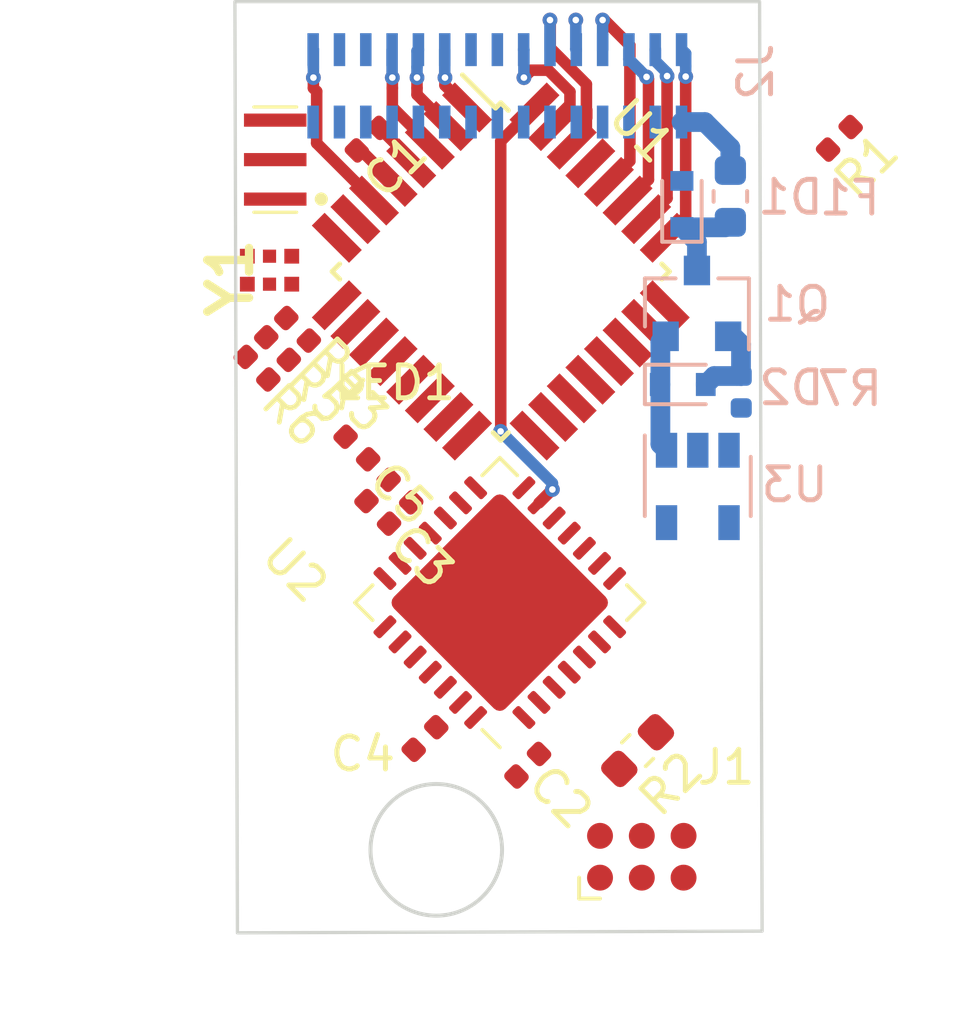
<source format=kicad_pcb>
(kicad_pcb (version 20171130) (host pcbnew "(5.1.2)-2")

  (general
    (thickness 1)
    (drawings 3)
    (tracks 110)
    (zones 0)
    (modules 23)
    (nets 64)
  )

  (page A4)
  (layers
    (0 F.Cu signal)
    (31 B.Cu signal)
    (32 B.Adhes user hide)
    (33 F.Adhes user hide)
    (34 B.Paste user hide)
    (35 F.Paste user)
    (36 B.SilkS user hide)
    (37 F.SilkS user)
    (38 B.Mask user hide)
    (39 F.Mask user)
    (40 Dwgs.User user hide)
    (41 Cmts.User user hide)
    (42 Eco1.User user hide)
    (43 Eco2.User user hide)
    (44 Edge.Cuts user)
    (45 Margin user hide)
    (46 B.CrtYd user hide)
    (47 F.CrtYd user)
    (48 B.Fab user hide)
    (49 F.Fab user)
  )

  (setup
    (last_trace_width 0.35)
    (user_trace_width 0.35)
    (user_trace_width 0.6)
    (trace_clearance 0.0889)
    (zone_clearance 0.508)
    (zone_45_only no)
    (trace_min 0.0889)
    (via_size 0.45)
    (via_drill 0.2)
    (via_min_size 0.45)
    (via_min_drill 0.2)
    (user_via 0.45 0.2)
    (blind_buried_vias_allowed yes)
    (uvia_size 0.2)
    (uvia_drill 0.1)
    (uvias_allowed no)
    (uvia_min_size 0.2)
    (uvia_min_drill 0.1)
    (edge_width 0.05)
    (segment_width 0.2)
    (pcb_text_width 0.3)
    (pcb_text_size 1.5 1.5)
    (mod_edge_width 0.12)
    (mod_text_size 1 1)
    (mod_text_width 0.15)
    (pad_size 1.524 1.524)
    (pad_drill 0.762)
    (pad_to_mask_clearance 0.051)
    (solder_mask_min_width 0.25)
    (aux_axis_origin 0 0)
    (visible_elements 7FFFFFFF)
    (pcbplotparams
      (layerselection 0x010fc_ffffffff)
      (usegerberextensions false)
      (usegerberattributes false)
      (usegerberadvancedattributes false)
      (creategerberjobfile false)
      (excludeedgelayer true)
      (linewidth 0.100000)
      (plotframeref false)
      (viasonmask false)
      (mode 1)
      (useauxorigin false)
      (hpglpennumber 1)
      (hpglpenspeed 20)
      (hpglpendiameter 15.000000)
      (psnegative false)
      (psa4output false)
      (plotreference true)
      (plotvalue true)
      (plotinvisibletext false)
      (padsonsilk false)
      (subtractmaskfromsilk false)
      (outputformat 1)
      (mirror false)
      (drillshape 1)
      (scaleselection 1)
      (outputdirectory ""))
  )

  (net 0 "")
  (net 1 "Net-(U1-Pad7)")
  (net 2 "Net-(U1-Pad8)")
  (net 3 GND)
  (net 4 /Reset)
  (net 5 /MOSI)
  (net 6 /SCK)
  (net 7 +5V)
  (net 8 /MISO)
  (net 9 "Net-(U2-Pad2)")
  (net 10 "Net-(U2-Pad6)")
  (net 11 "Net-(U2-Pad7)")
  (net 12 "Net-(U2-Pad8)")
  (net 13 "Net-(U2-Pad11)")
  (net 14 "Net-(U2-Pad12)")
  (net 15 "Net-(U2-Pad20)")
  (net 16 "Net-(U2-Pad21)")
  (net 17 "Net-(U2-Pad22)")
  (net 18 "Net-(U2-Pad23)")
  (net 19 "Net-(U2-Pad25)")
  (net 20 "Net-(C2-Pad1)")
  (net 21 "Net-(C4-Pad2)")
  (net 22 /CAN_CS)
  (net 23 "Net-(R3-Pad1)")
  (net 24 /CAN_INT)
  (net 25 +12V)
  (net 26 /CLK_MCP)
  (net 27 "Net-(U3-Pad3)")
  (net 28 "Net-(U3-Pad4)")
  (net 29 "Net-(D2-Pad1)")
  (net 30 "Net-(LED1-Pad3)")
  (net 31 "Net-(LED1-Pad2)")
  (net 32 "Net-(LED1-Pad1)")
  (net 33 /GREEN_LED)
  (net 34 /RED_LED)
  (net 35 /BLUE_LED)
  (net 36 /U-Pin8)
  (net 37 /U-Pin10)
  (net 38 /U-Pin12)
  (net 39 /U-Pin14)
  (net 40 /U-Pin20)
  (net 41 /U-Pin22)
  (net 42 /U-Pin24)
  (net 43 "Net-(D1-Pad1)")
  (net 44 "Net-(D2-Pad2)")
  (net 45 "Net-(J2-Pad26)")
  (net 46 "Net-(J2-Pad28)")
  (net 47 /U-Pin2)
  (net 48 /U-Pin4)
  (net 49 /U-Pin5)
  (net 50 /U-Pin6)
  (net 51 /U-Pin7)
  (net 52 /U-Pin9)
  (net 53 /U-Pin11)
  (net 54 /U-Pin13)
  (net 55 /U-Pin15)
  (net 56 /U-Pin17)
  (net 57 /U-Pin19)
  (net 58 /U-Pin21)
  (net 59 /U-Pin23)
  (net 60 /U-Pin25)
  (net 61 /U-Pin27)
  (net 62 /U-Pin29)
  (net 63 /U-Pin30)

  (net_class Default "This is the default net class."
    (clearance 0.0889)
    (trace_width 0.0889)
    (via_dia 0.45)
    (via_drill 0.2)
    (uvia_dia 0.2)
    (uvia_drill 0.1)
    (diff_pair_width 0.0889)
    (diff_pair_gap 0.0889)
    (add_net +12V)
    (add_net +5V)
    (add_net /BLUE_LED)
    (add_net /CAN_CS)
    (add_net /CAN_INT)
    (add_net /CLK_MCP)
    (add_net /GREEN_LED)
    (add_net /MISO)
    (add_net /MOSI)
    (add_net /RED_LED)
    (add_net /Reset)
    (add_net /SCK)
    (add_net /U-Pin10)
    (add_net /U-Pin11)
    (add_net /U-Pin12)
    (add_net /U-Pin13)
    (add_net /U-Pin14)
    (add_net /U-Pin15)
    (add_net /U-Pin17)
    (add_net /U-Pin19)
    (add_net /U-Pin2)
    (add_net /U-Pin20)
    (add_net /U-Pin21)
    (add_net /U-Pin22)
    (add_net /U-Pin23)
    (add_net /U-Pin24)
    (add_net /U-Pin25)
    (add_net /U-Pin27)
    (add_net /U-Pin29)
    (add_net /U-Pin30)
    (add_net /U-Pin4)
    (add_net /U-Pin5)
    (add_net /U-Pin6)
    (add_net /U-Pin7)
    (add_net /U-Pin8)
    (add_net /U-Pin9)
    (add_net GND)
    (add_net "Net-(C2-Pad1)")
    (add_net "Net-(C4-Pad2)")
    (add_net "Net-(D1-Pad1)")
    (add_net "Net-(D2-Pad1)")
    (add_net "Net-(D2-Pad2)")
    (add_net "Net-(J2-Pad26)")
    (add_net "Net-(J2-Pad28)")
    (add_net "Net-(LED1-Pad1)")
    (add_net "Net-(LED1-Pad2)")
    (add_net "Net-(LED1-Pad3)")
    (add_net "Net-(R3-Pad1)")
    (add_net "Net-(U1-Pad7)")
    (add_net "Net-(U1-Pad8)")
    (add_net "Net-(U2-Pad11)")
    (add_net "Net-(U2-Pad12)")
    (add_net "Net-(U2-Pad2)")
    (add_net "Net-(U2-Pad20)")
    (add_net "Net-(U2-Pad21)")
    (add_net "Net-(U2-Pad22)")
    (add_net "Net-(U2-Pad23)")
    (add_net "Net-(U2-Pad25)")
    (add_net "Net-(U2-Pad6)")
    (add_net "Net-(U2-Pad7)")
    (add_net "Net-(U2-Pad8)")
    (add_net "Net-(U3-Pad3)")
    (add_net "Net-(U3-Pad4)")
  )

  (module Package_TO_SOT_SMD:SOT-23-5 (layer B.Cu) (tedit 5A02FF57) (tstamp 5D3E19EE)
    (at 146.7358 91.9734 270)
    (descr "5-pin SOT23 package")
    (tags SOT-23-5)
    (path /5D43ECBB)
    (attr smd)
    (fp_text reference U3 (at -0.0508 -2.9464 180) (layer B.SilkS)
      (effects (font (size 1 1) (thickness 0.15)) (justify mirror))
    )
    (fp_text value SPX3819M5-L-5-0 (at 0 -2.9 90) (layer B.Fab)
      (effects (font (size 1 1) (thickness 0.15)) (justify mirror))
    )
    (fp_line (start 0.9 1.55) (end 0.9 -1.55) (layer B.Fab) (width 0.1))
    (fp_line (start 0.9 -1.55) (end -0.9 -1.55) (layer B.Fab) (width 0.1))
    (fp_line (start -0.9 0.9) (end -0.9 -1.55) (layer B.Fab) (width 0.1))
    (fp_line (start 0.9 1.55) (end -0.25 1.55) (layer B.Fab) (width 0.1))
    (fp_line (start -0.9 0.9) (end -0.25 1.55) (layer B.Fab) (width 0.1))
    (fp_line (start -1.9 -1.8) (end -1.9 1.8) (layer B.CrtYd) (width 0.05))
    (fp_line (start 1.9 -1.8) (end -1.9 -1.8) (layer B.CrtYd) (width 0.05))
    (fp_line (start 1.9 1.8) (end 1.9 -1.8) (layer B.CrtYd) (width 0.05))
    (fp_line (start -1.9 1.8) (end 1.9 1.8) (layer B.CrtYd) (width 0.05))
    (fp_line (start 0.9 1.61) (end -1.55 1.61) (layer B.SilkS) (width 0.12))
    (fp_line (start -0.9 -1.61) (end 0.9 -1.61) (layer B.SilkS) (width 0.12))
    (fp_text user %R (at 0 0 180) (layer B.Fab)
      (effects (font (size 0.5 0.5) (thickness 0.075)) (justify mirror))
    )
    (pad 5 smd rect (at 1.1 0.95 270) (size 1.06 0.65) (layers B.Cu B.Paste B.Mask)
      (net 7 +5V))
    (pad 4 smd rect (at 1.1 -0.95 270) (size 1.06 0.65) (layers B.Cu B.Paste B.Mask)
      (net 28 "Net-(U3-Pad4)"))
    (pad 3 smd rect (at -1.1 -0.95 270) (size 1.06 0.65) (layers B.Cu B.Paste B.Mask)
      (net 27 "Net-(U3-Pad3)"))
    (pad 2 smd rect (at -1.1 0 270) (size 1.06 0.65) (layers B.Cu B.Paste B.Mask)
      (net 3 GND))
    (pad 1 smd rect (at -1.1 0.95 270) (size 1.06 0.65) (layers B.Cu B.Paste B.Mask)
      (net 29 "Net-(D2-Pad1)"))
    (model ${KISYS3DMOD}/Package_TO_SOT_SMD.3dshapes/SOT-23-5.wrl
      (at (xyz 0 0 0))
      (scale (xyz 1 1 1))
      (rotate (xyz 0 0 0))
    )
  )

  (module Resistor_SMD:R_0402_1005Metric (layer B.Cu) (tedit 5B301BBD) (tstamp 5D3E18F9)
    (at 148.0566 89.1032 270)
    (descr "Resistor SMD 0402 (1005 Metric), square (rectangular) end terminal, IPC_7351 nominal, (Body size source: http://www.tortai-tech.com/upload/download/2011102023233369053.pdf), generated with kicad-footprint-generator")
    (tags resistor)
    (path /5D4B82FB)
    (attr smd)
    (fp_text reference R7 (at -0.1016 -3.302 180) (layer B.SilkS)
      (effects (font (size 1 1) (thickness 0.15)) (justify mirror))
    )
    (fp_text value "100K Ohm" (at 0 -1.17 90) (layer B.Fab)
      (effects (font (size 1 1) (thickness 0.15)) (justify mirror))
    )
    (fp_text user %R (at 0 0 90) (layer B.Fab)
      (effects (font (size 0.25 0.25) (thickness 0.04)) (justify mirror))
    )
    (fp_line (start 0.93 -0.47) (end -0.93 -0.47) (layer B.CrtYd) (width 0.05))
    (fp_line (start 0.93 0.47) (end 0.93 -0.47) (layer B.CrtYd) (width 0.05))
    (fp_line (start -0.93 0.47) (end 0.93 0.47) (layer B.CrtYd) (width 0.05))
    (fp_line (start -0.93 -0.47) (end -0.93 0.47) (layer B.CrtYd) (width 0.05))
    (fp_line (start 0.5 -0.25) (end -0.5 -0.25) (layer B.Fab) (width 0.1))
    (fp_line (start 0.5 0.25) (end 0.5 -0.25) (layer B.Fab) (width 0.1))
    (fp_line (start -0.5 0.25) (end 0.5 0.25) (layer B.Fab) (width 0.1))
    (fp_line (start -0.5 -0.25) (end -0.5 0.25) (layer B.Fab) (width 0.1))
    (pad 2 smd roundrect (at 0.485 0 270) (size 0.59 0.64) (layers B.Cu B.Paste B.Mask) (roundrect_rratio 0.25)
      (net 3 GND))
    (pad 1 smd roundrect (at -0.485 0 270) (size 0.59 0.64) (layers B.Cu B.Paste B.Mask) (roundrect_rratio 0.25)
      (net 44 "Net-(D2-Pad2)"))
    (model ${KISYS3DMOD}/Resistor_SMD.3dshapes/R_0402_1005Metric.wrl
      (at (xyz 0 0 0))
      (scale (xyz 1 1 1))
      (rotate (xyz 0 0 0))
    )
  )

  (module Package_TO_SOT_SMD:SOT-23 (layer B.Cu) (tedit 5A02FF57) (tstamp 5D3E183E)
    (at 146.7104 86.4108 90)
    (descr "SOT-23, Standard")
    (tags SOT-23)
    (path /5D49C78B)
    (attr smd)
    (fp_text reference Q1 (at -0.0254 3.048 180) (layer B.SilkS)
      (effects (font (size 1 1) (thickness 0.15)) (justify mirror))
    )
    (fp_text value Q_PMOS_DGS (at 0 -2.5 90) (layer B.Fab)
      (effects (font (size 1 1) (thickness 0.15)) (justify mirror))
    )
    (fp_line (start 0.76 -1.58) (end -0.7 -1.58) (layer B.SilkS) (width 0.12))
    (fp_line (start 0.76 1.58) (end -1.4 1.58) (layer B.SilkS) (width 0.12))
    (fp_line (start -1.7 -1.75) (end -1.7 1.75) (layer B.CrtYd) (width 0.05))
    (fp_line (start 1.7 -1.75) (end -1.7 -1.75) (layer B.CrtYd) (width 0.05))
    (fp_line (start 1.7 1.75) (end 1.7 -1.75) (layer B.CrtYd) (width 0.05))
    (fp_line (start -1.7 1.75) (end 1.7 1.75) (layer B.CrtYd) (width 0.05))
    (fp_line (start 0.76 1.58) (end 0.76 0.65) (layer B.SilkS) (width 0.12))
    (fp_line (start 0.76 -1.58) (end 0.76 -0.65) (layer B.SilkS) (width 0.12))
    (fp_line (start -0.7 -1.52) (end 0.7 -1.52) (layer B.Fab) (width 0.1))
    (fp_line (start 0.7 1.52) (end 0.7 -1.52) (layer B.Fab) (width 0.1))
    (fp_line (start -0.7 0.95) (end -0.15 1.52) (layer B.Fab) (width 0.1))
    (fp_line (start -0.15 1.52) (end 0.7 1.52) (layer B.Fab) (width 0.1))
    (fp_line (start -0.7 0.95) (end -0.7 -1.5) (layer B.Fab) (width 0.1))
    (fp_text user %R (at 0 0 180) (layer B.Fab)
      (effects (font (size 0.5 0.5) (thickness 0.075)) (justify mirror))
    )
    (pad 3 smd rect (at 1 0 90) (size 0.9 0.8) (layers B.Cu B.Paste B.Mask)
      (net 43 "Net-(D1-Pad1)"))
    (pad 2 smd rect (at -1 -0.95 90) (size 0.9 0.8) (layers B.Cu B.Paste B.Mask)
      (net 29 "Net-(D2-Pad1)"))
    (pad 1 smd rect (at -1 0.95 90) (size 0.9 0.8) (layers B.Cu B.Paste B.Mask)
      (net 44 "Net-(D2-Pad2)"))
    (model ${KISYS3DMOD}/Package_TO_SOT_SMD.3dshapes/SOT-23.wrl
      (at (xyz 0 0 0))
      (scale (xyz 1 1 1))
      (rotate (xyz 0 0 0))
    )
  )

  (module Fuse:Fuse_0603_1608Metric (layer B.Cu) (tedit 5B301BBE) (tstamp 5D3E177B)
    (at 147.7264 83.1596 90)
    (descr "Fuse SMD 0603 (1608 Metric), square (rectangular) end terminal, IPC_7351 nominal, (Body size source: http://www.tortai-tech.com/upload/download/2011102023233369053.pdf), generated with kicad-footprint-generator")
    (tags resistor)
    (path /5D45109C)
    (attr smd)
    (fp_text reference F1 (at -0.0508 3.6322 180) (layer B.SilkS)
      (effects (font (size 1 1) (thickness 0.15)) (justify mirror))
    )
    (fp_text value 250mA (at -2.921 1.3462 90) (layer B.Fab)
      (effects (font (size 1 1) (thickness 0.15)) (justify mirror))
    )
    (fp_text user %R (at 0 0 90) (layer B.Fab)
      (effects (font (size 0.4 0.4) (thickness 0.06)) (justify mirror))
    )
    (fp_line (start 1.48 -0.73) (end -1.48 -0.73) (layer B.CrtYd) (width 0.05))
    (fp_line (start 1.48 0.73) (end 1.48 -0.73) (layer B.CrtYd) (width 0.05))
    (fp_line (start -1.48 0.73) (end 1.48 0.73) (layer B.CrtYd) (width 0.05))
    (fp_line (start -1.48 -0.73) (end -1.48 0.73) (layer B.CrtYd) (width 0.05))
    (fp_line (start -0.162779 -0.51) (end 0.162779 -0.51) (layer B.SilkS) (width 0.12))
    (fp_line (start -0.162779 0.51) (end 0.162779 0.51) (layer B.SilkS) (width 0.12))
    (fp_line (start 0.8 -0.4) (end -0.8 -0.4) (layer B.Fab) (width 0.1))
    (fp_line (start 0.8 0.4) (end 0.8 -0.4) (layer B.Fab) (width 0.1))
    (fp_line (start -0.8 0.4) (end 0.8 0.4) (layer B.Fab) (width 0.1))
    (fp_line (start -0.8 -0.4) (end -0.8 0.4) (layer B.Fab) (width 0.1))
    (pad 2 smd roundrect (at 0.7875 0 90) (size 0.875 0.95) (layers B.Cu B.Paste B.Mask) (roundrect_rratio 0.25)
      (net 25 +12V))
    (pad 1 smd roundrect (at -0.7875 0 90) (size 0.875 0.95) (layers B.Cu B.Paste B.Mask) (roundrect_rratio 0.25)
      (net 43 "Net-(D1-Pad1)"))
    (model ${KISYS3DMOD}/Fuse.3dshapes/Fuse_0603_1608Metric.wrl
      (at (xyz 0 0 0))
      (scale (xyz 1 1 1))
      (rotate (xyz 0 0 0))
    )
  )

  (module Diode_SMD:D_SOD-523 (layer B.Cu) (tedit 586419F0) (tstamp 5D3E176A)
    (at 146.2786 88.8746)
    (descr "http://www.diodes.com/datasheets/ap02001.pdf p.144")
    (tags "Diode SOD523")
    (path /5D4B9259)
    (attr smd)
    (fp_text reference D2 (at 3.302 0.1016) (layer B.SilkS)
      (effects (font (size 1 1) (thickness 0.15)) (justify mirror))
    )
    (fp_text value 2.4V (at 0 -1.4) (layer B.Fab)
      (effects (font (size 1 1) (thickness 0.15)) (justify mirror))
    )
    (fp_line (start 0.7 -0.6) (end -1.15 -0.6) (layer B.SilkS) (width 0.12))
    (fp_line (start 0.7 0.6) (end -1.15 0.6) (layer B.SilkS) (width 0.12))
    (fp_line (start 0.65 -0.45) (end -0.65 -0.45) (layer B.Fab) (width 0.1))
    (fp_line (start -0.65 -0.45) (end -0.65 0.45) (layer B.Fab) (width 0.1))
    (fp_line (start -0.65 0.45) (end 0.65 0.45) (layer B.Fab) (width 0.1))
    (fp_line (start 0.65 0.45) (end 0.65 -0.45) (layer B.Fab) (width 0.1))
    (fp_line (start -0.2 -0.2) (end -0.2 0.2) (layer B.Fab) (width 0.1))
    (fp_line (start -0.2 0) (end -0.35 0) (layer B.Fab) (width 0.1))
    (fp_line (start -0.2 0) (end 0.1 -0.2) (layer B.Fab) (width 0.1))
    (fp_line (start 0.1 -0.2) (end 0.1 0.2) (layer B.Fab) (width 0.1))
    (fp_line (start 0.1 0.2) (end -0.2 0) (layer B.Fab) (width 0.1))
    (fp_line (start 0.1 0) (end 0.25 0) (layer B.Fab) (width 0.1))
    (fp_line (start 1.25 -0.7) (end -1.25 -0.7) (layer B.CrtYd) (width 0.05))
    (fp_line (start -1.25 -0.7) (end -1.25 0.7) (layer B.CrtYd) (width 0.05))
    (fp_line (start -1.25 0.7) (end 1.25 0.7) (layer B.CrtYd) (width 0.05))
    (fp_line (start 1.25 0.7) (end 1.25 -0.7) (layer B.CrtYd) (width 0.05))
    (fp_line (start -1.15 0.6) (end -1.15 -0.6) (layer B.SilkS) (width 0.12))
    (fp_text user %R (at 0 1.3) (layer B.Fab)
      (effects (font (size 1 1) (thickness 0.15)) (justify mirror))
    )
    (pad 1 smd rect (at -0.7 0 180) (size 0.6 0.7) (layers B.Cu B.Paste B.Mask)
      (net 29 "Net-(D2-Pad1)"))
    (pad 2 smd rect (at 0.7 0 180) (size 0.6 0.7) (layers B.Cu B.Paste B.Mask)
      (net 44 "Net-(D2-Pad2)"))
    (model ${KISYS3DMOD}/Diode_SMD.3dshapes/D_SOD-523.wrl
      (at (xyz 0 0 0))
      (scale (xyz 1 1 1))
      (rotate (xyz 0 0 0))
    )
  )

  (module Diode_SMD:D_SOD-523 (layer B.Cu) (tedit 586419F0) (tstamp 5D3E1752)
    (at 146.2532 83.3882 90)
    (descr "http://www.diodes.com/datasheets/ap02001.pdf p.144")
    (tags "Diode SOD523")
    (path /5D452681)
    (attr smd)
    (fp_text reference D1 (at 0.2032 3.302) (layer B.SilkS)
      (effects (font (size 1 1) (thickness 0.15)) (justify mirror))
    )
    (fp_text value 15V (at 0 -1.4 90) (layer B.Fab)
      (effects (font (size 1 1) (thickness 0.15)) (justify mirror))
    )
    (fp_line (start 0.7 -0.6) (end -1.15 -0.6) (layer B.SilkS) (width 0.12))
    (fp_line (start 0.7 0.6) (end -1.15 0.6) (layer B.SilkS) (width 0.12))
    (fp_line (start 0.65 -0.45) (end -0.65 -0.45) (layer B.Fab) (width 0.1))
    (fp_line (start -0.65 -0.45) (end -0.65 0.45) (layer B.Fab) (width 0.1))
    (fp_line (start -0.65 0.45) (end 0.65 0.45) (layer B.Fab) (width 0.1))
    (fp_line (start 0.65 0.45) (end 0.65 -0.45) (layer B.Fab) (width 0.1))
    (fp_line (start -0.2 -0.2) (end -0.2 0.2) (layer B.Fab) (width 0.1))
    (fp_line (start -0.2 0) (end -0.35 0) (layer B.Fab) (width 0.1))
    (fp_line (start -0.2 0) (end 0.1 -0.2) (layer B.Fab) (width 0.1))
    (fp_line (start 0.1 -0.2) (end 0.1 0.2) (layer B.Fab) (width 0.1))
    (fp_line (start 0.1 0.2) (end -0.2 0) (layer B.Fab) (width 0.1))
    (fp_line (start 0.1 0) (end 0.25 0) (layer B.Fab) (width 0.1))
    (fp_line (start 1.25 -0.7) (end -1.25 -0.7) (layer B.CrtYd) (width 0.05))
    (fp_line (start -1.25 -0.7) (end -1.25 0.7) (layer B.CrtYd) (width 0.05))
    (fp_line (start -1.25 0.7) (end 1.25 0.7) (layer B.CrtYd) (width 0.05))
    (fp_line (start 1.25 0.7) (end 1.25 -0.7) (layer B.CrtYd) (width 0.05))
    (fp_line (start -1.15 0.6) (end -1.15 -0.6) (layer B.SilkS) (width 0.12))
    (fp_text user %R (at 0 1.3 90) (layer B.Fab)
      (effects (font (size 1 1) (thickness 0.15)) (justify mirror))
    )
    (pad 1 smd rect (at -0.7 0 270) (size 0.6 0.7) (layers B.Cu B.Paste B.Mask)
      (net 43 "Net-(D1-Pad1)"))
    (pad 2 smd rect (at 0.7 0 270) (size 0.6 0.7) (layers B.Cu B.Paste B.Mask)
      (net 3 GND))
    (model ${KISYS3DMOD}/Diode_SMD.3dshapes/D_SOD-523.wrl
      (at (xyz 0 0 0))
      (scale (xyz 1 1 1))
      (rotate (xyz 0 0 0))
    )
  )

  (module Resistor_SMD:R_0603_1608Metric (layer F.Cu) (tedit 5B301BBD) (tstamp 5D3DC98D)
    (at 144.907 99.9998 225)
    (descr "Resistor SMD 0603 (1608 Metric), square (rectangular) end terminal, IPC_7351 nominal, (Body size source: http://www.tortai-tech.com/upload/download/2011102023233369053.pdf), generated with kicad-footprint-generator")
    (tags resistor)
    (path /5D3B887F)
    (attr smd)
    (fp_text reference R2 (at 0 -1.43 45) (layer F.SilkS)
      (effects (font (size 1 1) (thickness 0.15)))
    )
    (fp_text value 120Ohm (at -2.54 0 315) (layer F.Fab)
      (effects (font (size 1 1) (thickness 0.15)))
    )
    (fp_line (start -0.8 0.4) (end -0.8 -0.4) (layer F.Fab) (width 0.1))
    (fp_line (start -0.8 -0.4) (end 0.8 -0.4) (layer F.Fab) (width 0.1))
    (fp_line (start 0.8 -0.4) (end 0.8 0.4) (layer F.Fab) (width 0.1))
    (fp_line (start 0.8 0.4) (end -0.8 0.4) (layer F.Fab) (width 0.1))
    (fp_line (start -0.162779 -0.51) (end 0.162779 -0.51) (layer F.SilkS) (width 0.12))
    (fp_line (start -0.162779 0.51) (end 0.162779 0.51) (layer F.SilkS) (width 0.12))
    (fp_line (start -1.48 0.73) (end -1.48 -0.73) (layer F.CrtYd) (width 0.05))
    (fp_line (start -1.48 -0.73) (end 1.48 -0.73) (layer F.CrtYd) (width 0.05))
    (fp_line (start 1.48 -0.73) (end 1.48 0.73) (layer F.CrtYd) (width 0.05))
    (fp_line (start 1.48 0.73) (end -1.48 0.73) (layer F.CrtYd) (width 0.05))
    (fp_text user %R (at 0 0 45) (layer F.Fab)
      (effects (font (size 0.4 0.4) (thickness 0.06)))
    )
    (pad 1 smd roundrect (at -0.7875 0 225) (size 0.875 0.95) (layers F.Cu F.Paste F.Mask) (roundrect_rratio 0.25)
      (net 61 /U-Pin27))
    (pad 2 smd roundrect (at 0.7875 0 225) (size 0.875 0.95) (layers F.Cu F.Paste F.Mask) (roundrect_rratio 0.25)
      (net 62 /U-Pin29))
    (model ${KISYS3DMOD}/Resistor_SMD.3dshapes/R_0603_1608Metric.wrl
      (at (xyz 0 0 0))
      (scale (xyz 1 1 1))
      (rotate (xyz 0 0 0))
    )
  )

  (module Resistor_SMD:R_0402_1005Metric (layer F.Cu) (tedit 5B301BBD) (tstamp 5D3D7FDA)
    (at 133.337347 88.379347 315)
    (descr "Resistor SMD 0402 (1005 Metric), square (rectangular) end terminal, IPC_7351 nominal, (Body size source: http://www.tortai-tech.com/upload/download/2011102023233369053.pdf), generated with kicad-footprint-generator")
    (tags resistor)
    (path /5D42477A)
    (attr smd)
    (fp_text reference R6 (at 1.8034 0.2286 135) (layer F.SilkS)
      (effects (font (size 1 1) (thickness 0.15)))
    )
    (fp_text value "190 Ohm" (at 0 1.17 135) (layer F.Fab)
      (effects (font (size 1 1) (thickness 0.15)))
    )
    (fp_text user %R (at 0 0 135) (layer F.Fab)
      (effects (font (size 0.25 0.25) (thickness 0.04)))
    )
    (fp_line (start 0.93 0.47) (end -0.93 0.47) (layer F.CrtYd) (width 0.05))
    (fp_line (start 0.93 -0.47) (end 0.93 0.47) (layer F.CrtYd) (width 0.05))
    (fp_line (start -0.93 -0.47) (end 0.93 -0.47) (layer F.CrtYd) (width 0.05))
    (fp_line (start -0.93 0.47) (end -0.93 -0.47) (layer F.CrtYd) (width 0.05))
    (fp_line (start 0.5 0.25) (end -0.5 0.25) (layer F.Fab) (width 0.1))
    (fp_line (start 0.5 -0.25) (end 0.5 0.25) (layer F.Fab) (width 0.1))
    (fp_line (start -0.5 -0.25) (end 0.5 -0.25) (layer F.Fab) (width 0.1))
    (fp_line (start -0.5 0.25) (end -0.5 -0.25) (layer F.Fab) (width 0.1))
    (pad 2 smd roundrect (at 0.485 0 315) (size 0.59 0.64) (layers F.Cu F.Paste F.Mask) (roundrect_rratio 0.25)
      (net 35 /BLUE_LED))
    (pad 1 smd roundrect (at -0.485 0 315) (size 0.59 0.64) (layers F.Cu F.Paste F.Mask) (roundrect_rratio 0.25)
      (net 30 "Net-(LED1-Pad3)"))
    (model ${KISYS3DMOD}/Resistor_SMD.3dshapes/R_0402_1005Metric.wrl
      (at (xyz 0 0 0))
      (scale (xyz 1 1 1))
      (rotate (xyz 0 0 0))
    )
  )

  (module Resistor_SMD:R_0402_1005Metric (layer F.Cu) (tedit 5B301BBD) (tstamp 5D3DB32D)
    (at 133.9596 87.7824 315)
    (descr "Resistor SMD 0402 (1005 Metric), square (rectangular) end terminal, IPC_7351 nominal, (Body size source: http://www.tortai-tech.com/upload/download/2011102023233369053.pdf), generated with kicad-footprint-generator")
    (tags resistor)
    (path /5D4245DB)
    (attr smd)
    (fp_text reference R5 (at 1.8264 0.0762 135) (layer F.SilkS)
      (effects (font (size 1 1) (thickness 0.15)))
    )
    (fp_text value "290 Ohm" (at 0 1.17 135) (layer F.Fab)
      (effects (font (size 1 1) (thickness 0.15)))
    )
    (fp_text user %R (at 0 0 135) (layer F.Fab)
      (effects (font (size 0.25 0.25) (thickness 0.04)))
    )
    (fp_line (start 0.93 0.47) (end -0.93 0.47) (layer F.CrtYd) (width 0.05))
    (fp_line (start 0.93 -0.47) (end 0.93 0.47) (layer F.CrtYd) (width 0.05))
    (fp_line (start -0.93 -0.47) (end 0.93 -0.47) (layer F.CrtYd) (width 0.05))
    (fp_line (start -0.93 0.47) (end -0.93 -0.47) (layer F.CrtYd) (width 0.05))
    (fp_line (start 0.5 0.25) (end -0.5 0.25) (layer F.Fab) (width 0.1))
    (fp_line (start 0.5 -0.25) (end 0.5 0.25) (layer F.Fab) (width 0.1))
    (fp_line (start -0.5 -0.25) (end 0.5 -0.25) (layer F.Fab) (width 0.1))
    (fp_line (start -0.5 0.25) (end -0.5 -0.25) (layer F.Fab) (width 0.1))
    (pad 2 smd roundrect (at 0.485 0 315) (size 0.59 0.64) (layers F.Cu F.Paste F.Mask) (roundrect_rratio 0.25)
      (net 34 /RED_LED))
    (pad 1 smd roundrect (at -0.485 0 315) (size 0.59 0.64) (layers F.Cu F.Paste F.Mask) (roundrect_rratio 0.25)
      (net 31 "Net-(LED1-Pad2)"))
    (model ${KISYS3DMOD}/Resistor_SMD.3dshapes/R_0402_1005Metric.wrl
      (at (xyz 0 0 0))
      (scale (xyz 1 1 1))
      (rotate (xyz 0 0 0))
    )
  )

  (module Resistor_SMD:R_0402_1005Metric (layer F.Cu) (tedit 5B301BBD) (tstamp 5D3D7FBC)
    (at 134.5692 87.1982 315)
    (descr "Resistor SMD 0402 (1005 Metric), square (rectangular) end terminal, IPC_7351 nominal, (Body size source: http://www.tortai-tech.com/upload/download/2011102023233369053.pdf), generated with kicad-footprint-generator")
    (tags resistor)
    (path /5D423C3A)
    (attr smd)
    (fp_text reference R4 (at 1.8034 -0.1016 135) (layer F.SilkS)
      (effects (font (size 1 1) (thickness 0.15)))
    )
    (fp_text value "200 Ohm" (at 0 1.17 135) (layer F.Fab)
      (effects (font (size 1 1) (thickness 0.15)))
    )
    (fp_text user %R (at 0 0 135) (layer F.Fab)
      (effects (font (size 0.25 0.25) (thickness 0.04)))
    )
    (fp_line (start 0.93 0.47) (end -0.93 0.47) (layer F.CrtYd) (width 0.05))
    (fp_line (start 0.93 -0.47) (end 0.93 0.47) (layer F.CrtYd) (width 0.05))
    (fp_line (start -0.93 -0.47) (end 0.93 -0.47) (layer F.CrtYd) (width 0.05))
    (fp_line (start -0.93 0.47) (end -0.93 -0.47) (layer F.CrtYd) (width 0.05))
    (fp_line (start 0.5 0.25) (end -0.5 0.25) (layer F.Fab) (width 0.1))
    (fp_line (start 0.5 -0.25) (end 0.5 0.25) (layer F.Fab) (width 0.1))
    (fp_line (start -0.5 -0.25) (end 0.5 -0.25) (layer F.Fab) (width 0.1))
    (fp_line (start -0.5 0.25) (end -0.5 -0.25) (layer F.Fab) (width 0.1))
    (pad 2 smd roundrect (at 0.485 0 315) (size 0.59 0.64) (layers F.Cu F.Paste F.Mask) (roundrect_rratio 0.25)
      (net 33 /GREEN_LED))
    (pad 1 smd roundrect (at -0.485 0 315) (size 0.59 0.64) (layers F.Cu F.Paste F.Mask) (roundrect_rratio 0.25)
      (net 32 "Net-(LED1-Pad1)"))
    (model ${KISYS3DMOD}/Resistor_SMD.3dshapes/R_0402_1005Metric.wrl
      (at (xyz 0 0 0))
      (scale (xyz 1 1 1))
      (rotate (xyz 0 0 0))
    )
  )

  (module SMLP36RGB2W3R:SMLP36RGB2W3R (layer F.Cu) (tedit 5D3CB7B3) (tstamp 5D3D6F5F)
    (at 134.3914 85.8266 180)
    (path /5D41B8EC)
    (attr smd)
    (fp_text reference LED1 (at -3.1242 -2.9972) (layer F.SilkS)
      (effects (font (size 1 1) (thickness 0.15)))
    )
    (fp_text value SMLP36RGB2W3R (at 0.80772 -3.26644) (layer F.Fab)
      (effects (font (size 1 1) (thickness 0.15)))
    )
    (pad 5 smd rect (at 0.675 0.85 180) (size 0.4 0.4) (layers F.Cu F.Paste F.Mask)
      (net 7 +5V))
    (pad 6 smd rect (at 0 0.85 180) (size 0.45 0.45) (layers F.Cu F.Paste F.Mask)
      (net 7 +5V))
    (pad 2 smd rect (at 0.675 0 180) (size 0.4 0.4) (layers F.Cu F.Paste F.Mask)
      (net 31 "Net-(LED1-Pad2)"))
    (pad 4 smd rect (at 1.35 0.85 180) (size 0.45 0.45) (layers F.Cu F.Paste F.Mask)
      (net 7 +5V))
    (pad 3 smd rect (at 1.35 0 180) (size 0.45 0.45) (layers F.Cu F.Paste F.Mask)
      (net 30 "Net-(LED1-Pad3)"))
    (pad 1 smd rect (at 0 0 180) (size 0.45 0.45) (layers F.Cu F.Paste F.Mask)
      (net 32 "Net-(LED1-Pad1)"))
  )

  (module Package_QFP:TQFP-32_7x7mm_P0.8mm (layer F.Cu) (tedit 5A02F146) (tstamp 5D3D9A08)
    (at 140.74679 85.442217 315)
    (descr "32-Lead Plastic Thin Quad Flatpack (PT) - 7x7x1.0 mm Body, 2.00 mm [TQFP] (see Microchip Packaging Specification 00000049BS.pdf)")
    (tags "QFP 0.8")
    (path /5D38D7A6)
    (attr smd)
    (fp_text reference U1 (at 0 -6.05 135) (layer F.SilkS)
      (effects (font (size 1 1) (thickness 0.15)))
    )
    (fp_text value ATmega328PB-AU (at -7.212777 6.534779 135) (layer F.Fab)
      (effects (font (size 1 1) (thickness 0.15)))
    )
    (fp_text user %R (at 0 0 135) (layer F.Fab)
      (effects (font (size 1 1) (thickness 0.15)))
    )
    (fp_line (start -2.5 -3.5) (end 3.5 -3.5) (layer F.Fab) (width 0.15))
    (fp_line (start 3.5 -3.5) (end 3.5 3.5) (layer F.Fab) (width 0.15))
    (fp_line (start 3.5 3.5) (end -3.5 3.5) (layer F.Fab) (width 0.15))
    (fp_line (start -3.5 3.5) (end -3.5 -2.5) (layer F.Fab) (width 0.15))
    (fp_line (start -3.5 -2.5) (end -2.5 -3.5) (layer F.Fab) (width 0.15))
    (fp_line (start -5.3 -5.3) (end -5.3 5.3) (layer F.CrtYd) (width 0.05))
    (fp_line (start 5.3 -5.3) (end 5.3 5.3) (layer F.CrtYd) (width 0.05))
    (fp_line (start -5.3 -5.3) (end 5.3 -5.3) (layer F.CrtYd) (width 0.05))
    (fp_line (start -5.3 5.3) (end 5.3 5.3) (layer F.CrtYd) (width 0.05))
    (fp_line (start -3.625 -3.625) (end -3.625 -3.4) (layer F.SilkS) (width 0.15))
    (fp_line (start 3.625 -3.625) (end 3.625 -3.3) (layer F.SilkS) (width 0.15))
    (fp_line (start 3.625 3.625) (end 3.625 3.3) (layer F.SilkS) (width 0.15))
    (fp_line (start -3.625 3.625) (end -3.625 3.3) (layer F.SilkS) (width 0.15))
    (fp_line (start -3.625 -3.625) (end -3.3 -3.625) (layer F.SilkS) (width 0.15))
    (fp_line (start -3.625 3.625) (end -3.3 3.625) (layer F.SilkS) (width 0.15))
    (fp_line (start 3.625 3.625) (end 3.3 3.625) (layer F.SilkS) (width 0.15))
    (fp_line (start 3.625 -3.625) (end 3.3 -3.625) (layer F.SilkS) (width 0.15))
    (fp_line (start -3.625 -3.4) (end -5.05 -3.4) (layer F.SilkS) (width 0.15))
    (pad 1 smd rect (at -4.25 -2.8 315) (size 1.6 0.55) (layers F.Cu F.Paste F.Mask)
      (net 40 /U-Pin20))
    (pad 2 smd rect (at -4.25 -2 315) (size 1.6 0.55) (layers F.Cu F.Paste F.Mask)
      (net 41 /U-Pin22))
    (pad 3 smd rect (at -4.25 -1.2 315) (size 1.6 0.55) (layers F.Cu F.Paste F.Mask)
      (net 42 /U-Pin24))
    (pad 4 smd rect (at -4.25 -0.4 315) (size 1.6 0.55) (layers F.Cu F.Paste F.Mask)
      (net 7 +5V))
    (pad 5 smd rect (at -4.25 0.4 315) (size 1.6 0.55) (layers F.Cu F.Paste F.Mask)
      (net 3 GND))
    (pad 6 smd rect (at -4.25 1.2 315) (size 1.6 0.55) (layers F.Cu F.Paste F.Mask)
      (net 63 /U-Pin30))
    (pad 7 smd rect (at -4.25 2 315) (size 1.6 0.55) (layers F.Cu F.Paste F.Mask)
      (net 1 "Net-(U1-Pad7)"))
    (pad 8 smd rect (at -4.25 2.8 315) (size 1.6 0.55) (layers F.Cu F.Paste F.Mask)
      (net 2 "Net-(U1-Pad8)"))
    (pad 9 smd rect (at -2.8 4.25 45) (size 1.6 0.55) (layers F.Cu F.Paste F.Mask)
      (net 33 /GREEN_LED))
    (pad 10 smd rect (at -2 4.25 45) (size 1.6 0.55) (layers F.Cu F.Paste F.Mask)
      (net 59 /U-Pin23))
    (pad 11 smd rect (at -1.2 4.25 45) (size 1.6 0.55) (layers F.Cu F.Paste F.Mask)
      (net 22 /CAN_CS))
    (pad 12 smd rect (at -0.4 4.25 45) (size 1.6 0.55) (layers F.Cu F.Paste F.Mask)
      (net 26 /CLK_MCP))
    (pad 13 smd rect (at 0.4 4.25 45) (size 1.6 0.55) (layers F.Cu F.Paste F.Mask)
      (net 34 /RED_LED))
    (pad 14 smd rect (at 1.2 4.25 45) (size 1.6 0.55) (layers F.Cu F.Paste F.Mask)
      (net 35 /BLUE_LED))
    (pad 15 smd rect (at 2 4.25 45) (size 1.6 0.55) (layers F.Cu F.Paste F.Mask)
      (net 5 /MOSI))
    (pad 16 smd rect (at 2.8 4.25 45) (size 1.6 0.55) (layers F.Cu F.Paste F.Mask)
      (net 8 /MISO))
    (pad 17 smd rect (at 4.25 2.8 315) (size 1.6 0.55) (layers F.Cu F.Paste F.Mask)
      (net 6 /SCK))
    (pad 18 smd rect (at 4.25 2 315) (size 1.6 0.55) (layers F.Cu F.Paste F.Mask)
      (net 7 +5V))
    (pad 19 smd rect (at 4.25 1.2 315) (size 1.6 0.55) (layers F.Cu F.Paste F.Mask)
      (net 53 /U-Pin11))
    (pad 20 smd rect (at 4.25 0.4 315) (size 1.6 0.55) (layers F.Cu F.Paste F.Mask)
      (net 7 +5V))
    (pad 21 smd rect (at 4.25 -0.4 315) (size 1.6 0.55) (layers F.Cu F.Paste F.Mask)
      (net 3 GND))
    (pad 22 smd rect (at 4.25 -1.2 315) (size 1.6 0.55) (layers F.Cu F.Paste F.Mask)
      (net 52 /U-Pin9))
    (pad 23 smd rect (at 4.25 -2 315) (size 1.6 0.55) (layers F.Cu F.Paste F.Mask)
      (net 51 /U-Pin7))
    (pad 24 smd rect (at 4.25 -2.8 315) (size 1.6 0.55) (layers F.Cu F.Paste F.Mask)
      (net 49 /U-Pin5))
    (pad 25 smd rect (at 2.8 -4.25 45) (size 1.6 0.55) (layers F.Cu F.Paste F.Mask)
      (net 47 /U-Pin2))
    (pad 26 smd rect (at 2 -4.25 45) (size 1.6 0.55) (layers F.Cu F.Paste F.Mask)
      (net 48 /U-Pin4))
    (pad 27 smd rect (at 1.2 -4.25 45) (size 1.6 0.55) (layers F.Cu F.Paste F.Mask)
      (net 50 /U-Pin6))
    (pad 28 smd rect (at 0.4 -4.25 45) (size 1.6 0.55) (layers F.Cu F.Paste F.Mask)
      (net 36 /U-Pin8))
    (pad 29 smd rect (at -0.4 -4.25 45) (size 1.6 0.55) (layers F.Cu F.Paste F.Mask)
      (net 4 /Reset))
    (pad 30 smd rect (at -1.2 -4.25 45) (size 1.6 0.55) (layers F.Cu F.Paste F.Mask)
      (net 38 /U-Pin12))
    (pad 31 smd rect (at -2 -4.25 45) (size 1.6 0.55) (layers F.Cu F.Paste F.Mask)
      (net 39 /U-Pin14))
    (pad 32 smd rect (at -2.8 -4.25 45) (size 1.6 0.55) (layers F.Cu F.Paste F.Mask)
      (net 24 /CAN_INT))
    (model ${KISYS3DMOD}/Package_QFP.3dshapes/TQFP-32_7x7mm_P0.8mm.wrl
      (at (xyz 0 0 0))
      (scale (xyz 1 1 1))
      (rotate (xyz 0 0 0))
    )
  )

  (module Connector:Tag-Connect_TC2030-IDC-NL_2x03_P1.27mm_Vertical (layer F.Cu) (tedit 5A29CEA9) (tstamp 5D3E57E6)
    (at 145.034 103.2256)
    (descr "Tag-Connect programming header; http://www.tag-connect.com/Materials/TC2030-IDC-NL.pdf")
    (tags "tag connect programming header pogo pins")
    (path /5D389624)
    (attr virtual)
    (fp_text reference J1 (at 2.5654 -2.7178) (layer F.SilkS)
      (effects (font (size 1 1) (thickness 0.15)))
    )
    (fp_text value TC2030-MCP-NL (at 0 -2.3) (layer F.Fab)
      (effects (font (size 1 1) (thickness 0.15)))
    )
    (fp_line (start -1.905 1.27) (end -1.905 0.635) (layer F.SilkS) (width 0.12))
    (fp_line (start -1.27 1.27) (end -1.905 1.27) (layer F.SilkS) (width 0.12))
    (fp_line (start -3.5 2) (end -3.5 -2) (layer F.CrtYd) (width 0.05))
    (fp_line (start 3.5 2) (end -3.5 2) (layer F.CrtYd) (width 0.05))
    (fp_line (start 3.5 -2) (end 3.5 2) (layer F.CrtYd) (width 0.05))
    (fp_line (start -3.5 -2) (end 3.5 -2) (layer F.CrtYd) (width 0.05))
    (fp_text user %R (at 0 0) (layer F.Fab)
      (effects (font (size 1 1) (thickness 0.15)))
    )
    (fp_line (start -1.27 0.635) (end -1.27 -0.635) (layer Dwgs.User) (width 0.1))
    (fp_line (start 1.27 0.635) (end -1.27 0.635) (layer Dwgs.User) (width 0.1))
    (fp_line (start 1.27 -0.635) (end 1.27 0.635) (layer Dwgs.User) (width 0.1))
    (fp_line (start -1.27 -0.635) (end 1.27 -0.635) (layer Dwgs.User) (width 0.1))
    (fp_line (start -1.27 0.635) (end 0 -0.635) (layer Dwgs.User) (width 0.1))
    (fp_line (start -1.27 0) (end -0.635 -0.635) (layer Dwgs.User) (width 0.1))
    (fp_line (start -0.635 0.635) (end 0.635 -0.635) (layer Dwgs.User) (width 0.1))
    (fp_line (start 0 0.635) (end 1.27 -0.635) (layer Dwgs.User) (width 0.1))
    (fp_line (start 0.635 0.635) (end 1.27 0) (layer Dwgs.User) (width 0.1))
    (fp_text user KEEPOUT (at 0 0) (layer Cmts.User)
      (effects (font (size 0.4 0.4) (thickness 0.07)))
    )
    (pad "" np_thru_hole circle (at 2.54 -1.016) (size 0.9906 0.9906) (drill 0.9906) (layers *.Cu *.Mask))
    (pad "" np_thru_hole circle (at 2.54 1.016) (size 0.9906 0.9906) (drill 0.9906) (layers *.Cu *.Mask))
    (pad "" np_thru_hole circle (at -2.54 0) (size 0.9906 0.9906) (drill 0.9906) (layers *.Cu *.Mask))
    (pad 1 connect circle (at -1.27 0.635) (size 0.7874 0.7874) (layers F.Cu F.Mask)
      (net 8 /MISO))
    (pad 2 connect circle (at -1.27 -0.635) (size 0.7874 0.7874) (layers F.Cu F.Mask)
      (net 7 +5V))
    (pad 3 connect circle (at 0 0.635) (size 0.7874 0.7874) (layers F.Cu F.Mask)
      (net 6 /SCK))
    (pad 4 connect circle (at 0 -0.635) (size 0.7874 0.7874) (layers F.Cu F.Mask)
      (net 5 /MOSI))
    (pad 5 connect circle (at 1.27 0.635) (size 0.7874 0.7874) (layers F.Cu F.Mask)
      (net 4 /Reset))
    (pad 6 connect circle (at 1.27 -0.635) (size 0.7874 0.7874) (layers F.Cu F.Mask)
      (net 3 GND))
  )

  (module Capacitor_SMD:C_0402_1005Metric (layer F.Cu) (tedit 5B301BBE) (tstamp 5D3BA6C0)
    (at 136.715453 81.419747 225)
    (descr "Capacitor SMD 0402 (1005 Metric), square (rectangular) end terminal, IPC_7351 nominal, (Body size source: http://www.tortai-tech.com/upload/download/2011102023233369053.pdf), generated with kicad-footprint-generator")
    (tags capacitor)
    (path /5D3B17F8)
    (attr smd)
    (fp_text reference C1 (at 0 -1.17 45) (layer F.SilkS)
      (effects (font (size 1 1) (thickness 0.15)))
    )
    (fp_text value 100n (at 0 -2.54 45) (layer F.Fab)
      (effects (font (size 1 1) (thickness 0.15)))
    )
    (fp_line (start -0.5 0.25) (end -0.5 -0.25) (layer F.Fab) (width 0.1))
    (fp_line (start -0.5 -0.25) (end 0.5 -0.25) (layer F.Fab) (width 0.1))
    (fp_line (start 0.5 -0.25) (end 0.5 0.25) (layer F.Fab) (width 0.1))
    (fp_line (start 0.5 0.25) (end -0.5 0.25) (layer F.Fab) (width 0.1))
    (fp_line (start -0.93 0.47) (end -0.93 -0.47) (layer F.CrtYd) (width 0.05))
    (fp_line (start -0.93 -0.47) (end 0.93 -0.47) (layer F.CrtYd) (width 0.05))
    (fp_line (start 0.93 -0.47) (end 0.93 0.47) (layer F.CrtYd) (width 0.05))
    (fp_line (start 0.93 0.47) (end -0.93 0.47) (layer F.CrtYd) (width 0.05))
    (fp_text user %R (at 0.053815 0.071842 45) (layer F.Fab)
      (effects (font (size 0.25 0.25) (thickness 0.04)))
    )
    (pad 1 smd roundrect (at -0.485 0 225) (size 0.59 0.64) (layers F.Cu F.Paste F.Mask) (roundrect_rratio 0.25)
      (net 7 +5V))
    (pad 2 smd roundrect (at 0.485 0 225) (size 0.59 0.64) (layers F.Cu F.Paste F.Mask) (roundrect_rratio 0.25)
      (net 3 GND))
    (model ${KISYS3DMOD}/Capacitor_SMD.3dshapes/C_0402_1005Metric.wrl
      (at (xyz 0 0 0))
      (scale (xyz 1 1 1))
      (rotate (xyz 0 0 0))
    )
  )

  (module Resistor_SMD:R_0402_1005Metric (layer F.Cu) (tedit 5B301BBD) (tstamp 5D3AAA86)
    (at 151.041053 81.394347 225)
    (descr "Resistor SMD 0402 (1005 Metric), square (rectangular) end terminal, IPC_7351 nominal, (Body size source: http://www.tortai-tech.com/upload/download/2011102023233369053.pdf), generated with kicad-footprint-generator")
    (tags resistor)
    (path /5D3CAE32)
    (attr smd)
    (fp_text reference R1 (at 0 -1.17 45) (layer F.SilkS)
      (effects (font (size 1 1) (thickness 0.15)))
    )
    (fp_text value 10K (at 0 1.17 45) (layer F.Fab)
      (effects (font (size 1 1) (thickness 0.15)))
    )
    (fp_line (start -0.5 0.25) (end -0.5 -0.25) (layer F.Fab) (width 0.1))
    (fp_line (start -0.5 -0.25) (end 0.5 -0.25) (layer F.Fab) (width 0.1))
    (fp_line (start 0.5 -0.25) (end 0.5 0.25) (layer F.Fab) (width 0.1))
    (fp_line (start 0.5 0.25) (end -0.5 0.25) (layer F.Fab) (width 0.1))
    (fp_line (start -0.93 0.47) (end -0.93 -0.47) (layer F.CrtYd) (width 0.05))
    (fp_line (start -0.93 -0.47) (end 0.93 -0.47) (layer F.CrtYd) (width 0.05))
    (fp_line (start 0.93 -0.47) (end 0.93 0.47) (layer F.CrtYd) (width 0.05))
    (fp_line (start 0.93 0.47) (end -0.93 0.47) (layer F.CrtYd) (width 0.05))
    (fp_text user %R (at 0 0 45) (layer F.Fab)
      (effects (font (size 0.25 0.25) (thickness 0.04)))
    )
    (pad 1 smd roundrect (at -0.485 0 225) (size 0.59 0.64) (layers F.Cu F.Paste F.Mask) (roundrect_rratio 0.25)
      (net 7 +5V))
    (pad 2 smd roundrect (at 0.485 0 225) (size 0.59 0.64) (layers F.Cu F.Paste F.Mask) (roundrect_rratio 0.25)
      (net 4 /Reset))
    (model ${KISYS3DMOD}/Resistor_SMD.3dshapes/R_0402_1005Metric.wrl
      (at (xyz 0 0 0))
      (scale (xyz 1 1 1))
      (rotate (xyz 0 0 0))
    )
  )

  (module CSTNE16M0V530000R0:CSTNE16M0V530000R0 (layer F.Cu) (tedit 5D3A0AA6) (tstamp 5D3DC9FE)
    (at 134.3152 82.042 90)
    (descr CSTNE16M0V530000R0)
    (tags "Undefined or Miscellaneous")
    (path /5D3C125F)
    (attr smd)
    (fp_text reference Y1 (at -3.592102 -1.796051 90) (layer F.SilkS)
      (effects (font (size 1.27 1.27) (thickness 0.254)))
    )
    (fp_text value 16.0Mhz (at 0 -3.592102 90) (layer F.SilkS) hide
      (effects (font (size 1.27 1.27) (thickness 0.254)))
    )
    (fp_line (start -1.6 -1.075) (end 1.6 -1.075) (layer Dwgs.User) (width 0.2))
    (fp_line (start 1.6 -1.075) (end 1.6 0.225) (layer Dwgs.User) (width 0.2))
    (fp_line (start 1.6 0.225) (end -1.6 0.225) (layer Dwgs.User) (width 0.2))
    (fp_line (start -1.6 0.225) (end -1.6 -1.075) (layer Dwgs.User) (width 0.2))
    (fp_line (start -2.6 -2.375) (end 2.6 -2.375) (layer Dwgs.User) (width 0.1))
    (fp_line (start 2.6 -2.375) (end 2.6 2.075) (layer Dwgs.User) (width 0.1))
    (fp_line (start 2.6 2.075) (end -2.6 2.075) (layer Dwgs.User) (width 0.1))
    (fp_line (start -2.6 2.075) (end -2.6 -2.375) (layer Dwgs.User) (width 0.1))
    (fp_line (start -1.6 0.225) (end -1.6 -1.075) (layer F.SilkS) (width 0.1))
    (fp_line (start 1.6 0.225) (end 1.6 -1.075) (layer F.SilkS) (width 0.1))
    (fp_line (start -1.3 0.975) (end -1.3 0.975) (layer F.SilkS) (width 0.2))
    (fp_line (start -1.1 0.975) (end -1.1 0.975) (layer F.SilkS) (width 0.2))
    (fp_arc (start -1.2 0.975) (end -1.3 0.975) (angle 180) (layer F.SilkS) (width 0.2))
    (fp_arc (start -1.2 0.975) (end -1.1 0.975) (angle 180) (layer F.SilkS) (width 0.2))
    (pad 1 smd rect (at -1.2 -0.425 90) (size 0.4 1.9) (layers F.Cu F.Paste F.Mask)
      (net 2 "Net-(U1-Pad8)"))
    (pad 2 smd rect (at 0 -0.425 90) (size 0.4 1.9) (layers F.Cu F.Paste F.Mask)
      (net 3 GND))
    (pad 3 smd rect (at 1.2 -0.425 90) (size 0.4 1.9) (layers F.Cu F.Paste F.Mask)
      (net 1 "Net-(U1-Pad7)"))
  )

  (module Package_DFN_QFN:QFN-28-1EP_6x6mm_P0.65mm_EP4.8x4.8mm (layer F.Cu) (tedit 5C1F89F0) (tstamp 5D3C001F)
    (at 140.716 95.504 135)
    (descr "QFN, 28 Pin (https://www.semtech.com/uploads/documents/sx1272.pdf#page=125), generated with kicad-footprint-generator ipc_dfn_qfn_generator.py")
    (tags "QFN DFN_QFN")
    (path /5D3DCB03)
    (attr smd)
    (fp_text reference U2 (at 5.100785 -3.699866 135) (layer F.SilkS)
      (effects (font (size 1 1) (thickness 0.15)))
    )
    (fp_text value MCP25625-x-SS (at -11.667262 1.06066 135) (layer F.Fab)
      (effects (font (size 1 1) (thickness 0.15)))
    )
    (fp_line (start 2.36 -3.11) (end 3.11 -3.11) (layer F.SilkS) (width 0.12))
    (fp_line (start 3.11 -3.11) (end 3.11 -2.36) (layer F.SilkS) (width 0.12))
    (fp_line (start -2.36 3.11) (end -3.11 3.11) (layer F.SilkS) (width 0.12))
    (fp_line (start -3.11 3.11) (end -3.11 2.36) (layer F.SilkS) (width 0.12))
    (fp_line (start 2.36 3.11) (end 3.11 3.11) (layer F.SilkS) (width 0.12))
    (fp_line (start 3.11 3.11) (end 3.11 2.36) (layer F.SilkS) (width 0.12))
    (fp_line (start -2.36 -3.11) (end -3.11 -3.11) (layer F.SilkS) (width 0.12))
    (fp_line (start -2 -3) (end 3 -3) (layer F.Fab) (width 0.1))
    (fp_line (start 3 -3) (end 3 3) (layer F.Fab) (width 0.1))
    (fp_line (start 3 3) (end -3 3) (layer F.Fab) (width 0.1))
    (fp_line (start -3 3) (end -3 -2) (layer F.Fab) (width 0.1))
    (fp_line (start -3 -2) (end -2 -3) (layer F.Fab) (width 0.1))
    (fp_line (start -3.62 -3.62) (end -3.62 3.62) (layer F.CrtYd) (width 0.05))
    (fp_line (start -3.62 3.62) (end 3.62 3.62) (layer F.CrtYd) (width 0.05))
    (fp_line (start 3.62 3.62) (end 3.62 -3.62) (layer F.CrtYd) (width 0.05))
    (fp_line (start 3.62 -3.62) (end -3.62 -3.62) (layer F.CrtYd) (width 0.05))
    (fp_text user %R (at 0 0 135) (layer F.Fab)
      (effects (font (size 1 1) (thickness 0.15)))
    )
    (pad 29 smd roundrect (at 0 0 135) (size 4.8 4.8) (layers F.Cu F.Mask) (roundrect_rratio 0.052083))
    (pad "" smd roundrect (at -1.6 -1.6 135) (size 1.29 1.29) (layers F.Paste) (roundrect_rratio 0.193798))
    (pad "" smd roundrect (at -1.6 0 135) (size 1.29 1.29) (layers F.Paste) (roundrect_rratio 0.193798))
    (pad "" smd roundrect (at -1.6 1.6 135) (size 1.29 1.29) (layers F.Paste) (roundrect_rratio 0.193798))
    (pad "" smd roundrect (at 0 -1.6 135) (size 1.29 1.29) (layers F.Paste) (roundrect_rratio 0.193798))
    (pad "" smd roundrect (at 0 0 135) (size 1.29 1.29) (layers F.Paste) (roundrect_rratio 0.193798))
    (pad "" smd roundrect (at 0 1.6 135) (size 1.29 1.29) (layers F.Paste) (roundrect_rratio 0.193798))
    (pad "" smd roundrect (at 1.6 -1.6 135) (size 1.29 1.29) (layers F.Paste) (roundrect_rratio 0.193798))
    (pad "" smd roundrect (at 1.6 0 135) (size 1.29 1.29) (layers F.Paste) (roundrect_rratio 0.193798))
    (pad "" smd roundrect (at 1.6 1.6 135) (size 1.29 1.29) (layers F.Paste) (roundrect_rratio 0.193798))
    (pad 1 smd roundrect (at -2.9875 -1.95 135) (size 0.775 0.3) (layers F.Cu F.Paste F.Mask) (roundrect_rratio 0.25)
      (net 20 "Net-(C2-Pad1)"))
    (pad 2 smd roundrect (at -2.9875 -1.3 135) (size 0.775 0.3) (layers F.Cu F.Paste F.Mask) (roundrect_rratio 0.25)
      (net 9 "Net-(U2-Pad2)"))
    (pad 3 smd roundrect (at -2.9875 -0.65 135) (size 0.775 0.3) (layers F.Cu F.Paste F.Mask) (roundrect_rratio 0.25)
      (net 62 /U-Pin29))
    (pad 4 smd roundrect (at -2.9875 0 135) (size 0.775 0.3) (layers F.Cu F.Paste F.Mask) (roundrect_rratio 0.25)
      (net 61 /U-Pin27))
    (pad 5 smd roundrect (at -2.9875 0.65 135) (size 0.775 0.3) (layers F.Cu F.Paste F.Mask) (roundrect_rratio 0.25)
      (net 3 GND))
    (pad 6 smd roundrect (at -2.9875 1.3 135) (size 0.775 0.3) (layers F.Cu F.Paste F.Mask) (roundrect_rratio 0.25)
      (net 10 "Net-(U2-Pad6)"))
    (pad 7 smd roundrect (at -2.9875 1.95 135) (size 0.775 0.3) (layers F.Cu F.Paste F.Mask) (roundrect_rratio 0.25)
      (net 11 "Net-(U2-Pad7)"))
    (pad 8 smd roundrect (at -1.95 2.9875 135) (size 0.3 0.775) (layers F.Cu F.Paste F.Mask) (roundrect_rratio 0.25)
      (net 12 "Net-(U2-Pad8)"))
    (pad 9 smd roundrect (at -1.3 2.9875 135) (size 0.3 0.775) (layers F.Cu F.Paste F.Mask) (roundrect_rratio 0.25)
      (net 26 /CLK_MCP))
    (pad 10 smd roundrect (at -0.65 2.9875 135) (size 0.3 0.775) (layers F.Cu F.Paste F.Mask) (roundrect_rratio 0.25)
      (net 3 GND))
    (pad 11 smd roundrect (at 0 2.9875 135) (size 0.3 0.775) (layers F.Cu F.Paste F.Mask) (roundrect_rratio 0.25)
      (net 13 "Net-(U2-Pad11)"))
    (pad 12 smd roundrect (at 0.65 2.9875 135) (size 0.3 0.775) (layers F.Cu F.Paste F.Mask) (roundrect_rratio 0.25)
      (net 14 "Net-(U2-Pad12)"))
    (pad 13 smd roundrect (at 1.3 2.9875 135) (size 0.3 0.775) (layers F.Cu F.Paste F.Mask) (roundrect_rratio 0.25)
      (net 24 /CAN_INT))
    (pad 14 smd roundrect (at 1.95 2.9875 135) (size 0.3 0.775) (layers F.Cu F.Paste F.Mask) (roundrect_rratio 0.25)
      (net 6 /SCK))
    (pad 15 smd roundrect (at 2.9875 1.95 135) (size 0.775 0.3) (layers F.Cu F.Paste F.Mask) (roundrect_rratio 0.25)
      (net 5 /MOSI))
    (pad 16 smd roundrect (at 2.9875 1.3 135) (size 0.775 0.3) (layers F.Cu F.Paste F.Mask) (roundrect_rratio 0.25)
      (net 8 /MISO))
    (pad 17 smd roundrect (at 2.9875 0.65 135) (size 0.775 0.3) (layers F.Cu F.Paste F.Mask) (roundrect_rratio 0.25)
      (net 22 /CAN_CS))
    (pad 18 smd roundrect (at 2.9875 0 135) (size 0.775 0.3) (layers F.Cu F.Paste F.Mask) (roundrect_rratio 0.25)
      (net 23 "Net-(R3-Pad1)"))
    (pad 19 smd roundrect (at 2.9875 -0.65 135) (size 0.775 0.3) (layers F.Cu F.Paste F.Mask) (roundrect_rratio 0.25)
      (net 20 "Net-(C2-Pad1)"))
    (pad 20 smd roundrect (at 2.9875 -1.3 135) (size 0.775 0.3) (layers F.Cu F.Paste F.Mask) (roundrect_rratio 0.25)
      (net 15 "Net-(U2-Pad20)"))
    (pad 21 smd roundrect (at 2.9875 -1.95 135) (size 0.775 0.3) (layers F.Cu F.Paste F.Mask) (roundrect_rratio 0.25)
      (net 16 "Net-(U2-Pad21)"))
    (pad 22 smd roundrect (at 1.95 -2.9875 135) (size 0.3 0.775) (layers F.Cu F.Paste F.Mask) (roundrect_rratio 0.25)
      (net 17 "Net-(U2-Pad22)"))
    (pad 23 smd roundrect (at 1.3 -2.9875 135) (size 0.3 0.775) (layers F.Cu F.Paste F.Mask) (roundrect_rratio 0.25)
      (net 18 "Net-(U2-Pad23)"))
    (pad 24 smd roundrect (at 0.65 -2.9875 135) (size 0.3 0.775) (layers F.Cu F.Paste F.Mask) (roundrect_rratio 0.25)
      (net 15 "Net-(U2-Pad20)"))
    (pad 25 smd roundrect (at 0 -2.9875 135) (size 0.3 0.775) (layers F.Cu F.Paste F.Mask) (roundrect_rratio 0.25)
      (net 19 "Net-(U2-Pad25)"))
    (pad 26 smd roundrect (at -0.65 -2.9875 135) (size 0.3 0.775) (layers F.Cu F.Paste F.Mask) (roundrect_rratio 0.25)
      (net 3 GND))
    (pad 27 smd roundrect (at -1.3 -2.9875 135) (size 0.3 0.775) (layers F.Cu F.Paste F.Mask) (roundrect_rratio 0.25)
      (net 21 "Net-(C4-Pad2)"))
    (pad 28 smd roundrect (at -1.95 -2.9875 135) (size 0.3 0.775) (layers F.Cu F.Paste F.Mask) (roundrect_rratio 0.25)
      (net 16 "Net-(U2-Pad21)"))
    (model ${KISYS3DMOD}/Package_DFN_QFN.3dshapes/QFN-28-1EP_6x6mm_P0.65mm_EP4.8x4.8mm.wrl
      (at (xyz 0 0 0))
      (scale (xyz 1 1 1))
      (rotate (xyz 0 0 0))
    )
  )

  (module Capacitor_SMD:C_0402_1005Metric (layer F.Cu) (tedit 5B301BBE) (tstamp 5D3B9D88)
    (at 141.566853 100.444347 225)
    (descr "Capacitor SMD 0402 (1005 Metric), square (rectangular) end terminal, IPC_7351 nominal, (Body size source: http://www.tortai-tech.com/upload/download/2011102023233369053.pdf), generated with kicad-footprint-generator")
    (tags capacitor)
    (path /5D3BE3C3)
    (attr smd)
    (fp_text reference C2 (at -0.017961 -1.382959 135) (layer F.SilkS)
      (effects (font (size 1 1) (thickness 0.15)))
    )
    (fp_text value 0.1uF (at 0 1.17 45) (layer F.Fab)
      (effects (font (size 1 1) (thickness 0.15)))
    )
    (fp_text user %R (at 0 0 45) (layer F.Fab)
      (effects (font (size 0.25 0.25) (thickness 0.04)))
    )
    (fp_line (start 0.93 0.47) (end -0.93 0.47) (layer F.CrtYd) (width 0.05))
    (fp_line (start 0.93 -0.47) (end 0.93 0.47) (layer F.CrtYd) (width 0.05))
    (fp_line (start -0.93 -0.47) (end 0.93 -0.47) (layer F.CrtYd) (width 0.05))
    (fp_line (start -0.93 0.47) (end -0.93 -0.47) (layer F.CrtYd) (width 0.05))
    (fp_line (start 0.5 0.25) (end -0.5 0.25) (layer F.Fab) (width 0.1))
    (fp_line (start 0.5 -0.25) (end 0.5 0.25) (layer F.Fab) (width 0.1))
    (fp_line (start -0.5 -0.25) (end 0.5 -0.25) (layer F.Fab) (width 0.1))
    (fp_line (start -0.5 0.25) (end -0.5 -0.25) (layer F.Fab) (width 0.1))
    (pad 2 smd roundrect (at 0.485 0 225) (size 0.59 0.64) (layers F.Cu F.Paste F.Mask) (roundrect_rratio 0.25)
      (net 3 GND))
    (pad 1 smd roundrect (at -0.485 0 225) (size 0.59 0.64) (layers F.Cu F.Paste F.Mask) (roundrect_rratio 0.25)
      (net 20 "Net-(C2-Pad1)"))
    (model ${KISYS3DMOD}/Capacitor_SMD.3dshapes/C_0402_1005Metric.wrl
      (at (xyz 0 0 0))
      (scale (xyz 1 1 1))
      (rotate (xyz 0 0 0))
    )
  )

  (module Capacitor_SMD:C_0402_1005Metric (layer F.Cu) (tedit 5B301BBE) (tstamp 5D3B9D97)
    (at 137.0076 92.7608 135)
    (descr "Capacitor SMD 0402 (1005 Metric), square (rectangular) end terminal, IPC_7351 nominal, (Body size source: http://www.tortai-tech.com/upload/download/2011102023233369053.pdf), generated with kicad-footprint-generator")
    (tags capacitor)
    (path /5D3BC1DC)
    (attr smd)
    (fp_text reference C3 (at -1.8796 0 135) (layer F.SilkS)
      (effects (font (size 1 1) (thickness 0.15)))
    )
    (fp_text value 0.1uF (at 0 1.17 135) (layer F.Fab)
      (effects (font (size 1 1) (thickness 0.15)))
    )
    (fp_line (start -0.5 0.25) (end -0.5 -0.25) (layer F.Fab) (width 0.1))
    (fp_line (start -0.5 -0.25) (end 0.5 -0.25) (layer F.Fab) (width 0.1))
    (fp_line (start 0.5 -0.25) (end 0.5 0.25) (layer F.Fab) (width 0.1))
    (fp_line (start 0.5 0.25) (end -0.5 0.25) (layer F.Fab) (width 0.1))
    (fp_line (start -0.93 0.47) (end -0.93 -0.47) (layer F.CrtYd) (width 0.05))
    (fp_line (start -0.93 -0.47) (end 0.93 -0.47) (layer F.CrtYd) (width 0.05))
    (fp_line (start 0.93 -0.47) (end 0.93 0.47) (layer F.CrtYd) (width 0.05))
    (fp_line (start 0.93 0.47) (end -0.93 0.47) (layer F.CrtYd) (width 0.05))
    (fp_text user %R (at 0 0 135) (layer F.Fab)
      (effects (font (size 0.25 0.25) (thickness 0.04)))
    )
    (pad 1 smd roundrect (at -0.485 0 135) (size 0.59 0.64) (layers F.Cu F.Paste F.Mask) (roundrect_rratio 0.25)
      (net 20 "Net-(C2-Pad1)"))
    (pad 2 smd roundrect (at 0.485 0 135) (size 0.59 0.64) (layers F.Cu F.Paste F.Mask) (roundrect_rratio 0.25)
      (net 3 GND))
    (model ${KISYS3DMOD}/Capacitor_SMD.3dshapes/C_0402_1005Metric.wrl
      (at (xyz 0 0 0))
      (scale (xyz 1 1 1))
      (rotate (xyz 0 0 0))
    )
  )

  (module Capacitor_SMD:C_0402_1005Metric (layer F.Cu) (tedit 5B301BBE) (tstamp 5D3B9DA6)
    (at 138.442653 99.631547 45)
    (descr "Capacitor SMD 0402 (1005 Metric), square (rectangular) end terminal, IPC_7351 nominal, (Body size source: http://www.tortai-tech.com/upload/download/2011102023233369053.pdf), generated with kicad-footprint-generator")
    (tags capacitor)
    (path /5D3BEACF)
    (attr smd)
    (fp_text reference C4 (at -1.670261 -1.005789) (layer F.SilkS)
      (effects (font (size 1 1) (thickness 0.15)))
    )
    (fp_text value 0.1uF (at 0 1.17 45) (layer F.Fab)
      (effects (font (size 1 1) (thickness 0.15)))
    )
    (fp_line (start -0.5 0.25) (end -0.5 -0.25) (layer F.Fab) (width 0.1))
    (fp_line (start -0.5 -0.25) (end 0.5 -0.25) (layer F.Fab) (width 0.1))
    (fp_line (start 0.5 -0.25) (end 0.5 0.25) (layer F.Fab) (width 0.1))
    (fp_line (start 0.5 0.25) (end -0.5 0.25) (layer F.Fab) (width 0.1))
    (fp_line (start -0.93 0.47) (end -0.93 -0.47) (layer F.CrtYd) (width 0.05))
    (fp_line (start -0.93 -0.47) (end 0.93 -0.47) (layer F.CrtYd) (width 0.05))
    (fp_line (start 0.93 -0.47) (end 0.93 0.47) (layer F.CrtYd) (width 0.05))
    (fp_line (start 0.93 0.47) (end -0.93 0.47) (layer F.CrtYd) (width 0.05))
    (fp_text user %R (at 0 0 45) (layer F.Fab)
      (effects (font (size 0.25 0.25) (thickness 0.04)))
    )
    (pad 1 smd roundrect (at -0.485 0 45) (size 0.59 0.64) (layers F.Cu F.Paste F.Mask) (roundrect_rratio 0.25)
      (net 3 GND))
    (pad 2 smd roundrect (at 0.485 0 45) (size 0.59 0.64) (layers F.Cu F.Paste F.Mask) (roundrect_rratio 0.25)
      (net 21 "Net-(C4-Pad2)"))
    (model ${KISYS3DMOD}/Capacitor_SMD.3dshapes/C_0402_1005Metric.wrl
      (at (xyz 0 0 0))
      (scale (xyz 1 1 1))
      (rotate (xyz 0 0 0))
    )
  )

  (module Capacitor_SMD:C_0402_1005Metric (layer F.Cu) (tedit 5B301BBE) (tstamp 5D3BA102)
    (at 136.3726 90.805 135)
    (descr "Capacitor SMD 0402 (1005 Metric), square (rectangular) end terminal, IPC_7351 nominal, (Body size source: http://www.tortai-tech.com/upload/download/2011102023233369053.pdf), generated with kicad-footprint-generator")
    (tags capacitor)
    (path /5D3D3465)
    (attr smd)
    (fp_text reference C5 (at -1.9304 -0.0254 135) (layer F.SilkS)
      (effects (font (size 1 1) (thickness 0.15)))
    )
    (fp_text value 0.1uF (at 0 1.17 135) (layer F.Fab)
      (effects (font (size 1 1) (thickness 0.15)))
    )
    (fp_line (start -0.5 0.25) (end -0.5 -0.25) (layer F.Fab) (width 0.1))
    (fp_line (start -0.5 -0.25) (end 0.5 -0.25) (layer F.Fab) (width 0.1))
    (fp_line (start 0.5 -0.25) (end 0.5 0.25) (layer F.Fab) (width 0.1))
    (fp_line (start 0.5 0.25) (end -0.5 0.25) (layer F.Fab) (width 0.1))
    (fp_line (start -0.93 0.47) (end -0.93 -0.47) (layer F.CrtYd) (width 0.05))
    (fp_line (start -0.93 -0.47) (end 0.93 -0.47) (layer F.CrtYd) (width 0.05))
    (fp_line (start 0.93 -0.47) (end 0.93 0.47) (layer F.CrtYd) (width 0.05))
    (fp_line (start 0.93 0.47) (end -0.93 0.47) (layer F.CrtYd) (width 0.05))
    (fp_text user %R (at 0 0 135) (layer F.Fab)
      (effects (font (size 0.25 0.25) (thickness 0.04)))
    )
    (pad 1 smd roundrect (at -0.485 0 135) (size 0.59 0.64) (layers F.Cu F.Paste F.Mask) (roundrect_rratio 0.25)
      (net 7 +5V))
    (pad 2 smd roundrect (at 0.485 0 135) (size 0.59 0.64) (layers F.Cu F.Paste F.Mask) (roundrect_rratio 0.25)
      (net 3 GND))
    (model ${KISYS3DMOD}/Capacitor_SMD.3dshapes/C_0402_1005Metric.wrl
      (at (xyz 0 0 0))
      (scale (xyz 1 1 1))
      (rotate (xyz 0 0 0))
    )
  )

  (module Resistor_SMD:R_0402_1005Metric (layer F.Cu) (tedit 5B301BBD) (tstamp 5D3E0378)
    (at 137.680653 92.113053 135)
    (descr "Resistor SMD 0402 (1005 Metric), square (rectangular) end terminal, IPC_7351 nominal, (Body size source: http://www.tortai-tech.com/upload/download/2011102023233369053.pdf), generated with kicad-footprint-generator")
    (tags resistor)
    (path /5D3D4504)
    (attr smd)
    (fp_text reference R3 (at 2.873615 0.987828 135) (layer F.SilkS)
      (effects (font (size 1 1) (thickness 0.15)))
    )
    (fp_text value 10KOhm (at 0 1.17 135) (layer F.Fab)
      (effects (font (size 1 1) (thickness 0.15)))
    )
    (fp_line (start -0.5 0.25) (end -0.5 -0.25) (layer F.Fab) (width 0.1))
    (fp_line (start -0.5 -0.25) (end 0.5 -0.25) (layer F.Fab) (width 0.1))
    (fp_line (start 0.5 -0.25) (end 0.5 0.25) (layer F.Fab) (width 0.1))
    (fp_line (start 0.5 0.25) (end -0.5 0.25) (layer F.Fab) (width 0.1))
    (fp_line (start -0.93 0.47) (end -0.93 -0.47) (layer F.CrtYd) (width 0.05))
    (fp_line (start -0.93 -0.47) (end 0.93 -0.47) (layer F.CrtYd) (width 0.05))
    (fp_line (start 0.93 -0.47) (end 0.93 0.47) (layer F.CrtYd) (width 0.05))
    (fp_line (start 0.93 0.47) (end -0.93 0.47) (layer F.CrtYd) (width 0.05))
    (fp_text user %R (at 0 0 135) (layer F.Fab)
      (effects (font (size 0.25 0.25) (thickness 0.04)))
    )
    (pad 1 smd roundrect (at -0.485 0 135) (size 0.59 0.64) (layers F.Cu F.Paste F.Mask) (roundrect_rratio 0.25)
      (net 23 "Net-(R3-Pad1)"))
    (pad 2 smd roundrect (at 0.485 0 135) (size 0.59 0.64) (layers F.Cu F.Paste F.Mask) (roundrect_rratio 0.25)
      (net 7 +5V))
    (model ${KISYS3DMOD}/Resistor_SMD.3dshapes/R_0402_1005Metric.wrl
      (at (xyz 0 0 0))
      (scale (xyz 1 1 1))
      (rotate (xyz 0 0 0))
    )
  )

  (module Connector_PinSocket_0.8mm:PinSocket_2x15_P0.08mm_Vertical_SMD (layer B.Cu) (tedit 5D3CA982) (tstamp 5D3DC488)
    (at 139.2428 79.375 90)
    (descr "surface-mounted straight socket strip, 2x15, 0.8mm pitch, double cols (https://gct.co/files/drawings/bc085.pdf), script generated")
    (tags "Surface mounted socket strip SMD 2x15 0.8mm double row")
    (path /5D40B272)
    (attr smd)
    (fp_text reference J2 (at 0 9.25 270) (layer B.SilkS)
      (effects (font (size 1 1) (thickness 0.15)) (justify mirror))
    )
    (fp_text value Conn_02x15_Odd_Even (at -3.4544 1.6002) (layer B.Fab)
      (effects (font (size 1 1) (thickness 0.15)) (justify mirror))
    )
    (fp_text user %R (at 0 0) (layer B.Fab)
      (effects (font (size 1 1) (thickness 0.15)) (justify mirror))
    )
    (fp_line (start -2.2098 -5.01396) (end -2.20472 8.21944) (layer B.CrtYd) (width 0.05))
    (fp_line (start 1.40208 -5.00888) (end -2.2098 -5.01396) (layer B.CrtYd) (width 0.05))
    (fp_line (start 1.4224 8.2042) (end 1.40208 -5.00888) (layer B.CrtYd) (width 0.05))
    (fp_line (start -2.20472 8.21944) (end 1.4224 8.2042) (layer B.CrtYd) (width 0.05))
    (fp_line (start -1.25 -4.15) (end -1.95 -4.15) (layer B.Fab) (width 0.1))
    (fp_line (start -1.95 -1.85) (end -1.25 -1.85) (layer B.Fab) (width 0.1))
    (fp_line (start -1.25 -0.15) (end -1.95 -0.15) (layer B.Fab) (width 0.1))
    (fp_line (start -1.95 2.15) (end -1.25 2.15) (layer B.Fab) (width 0.1))
    (fp_line (start -1.25 3.85) (end -1.95 3.85) (layer B.Fab) (width 0.1))
    (fp_line (start -1.95 6.15) (end -1.25 6.15) (layer B.Fab) (width 0.1))
    (fp_line (start -1.21412 -4.75488) (end -1.26492 7.81304) (layer B.Fab) (width 0.1))
    (fp_line (start 0.47244 -4.7752) (end -1.17348 -4.7752) (layer B.Fab) (width 0.1))
    (fp_line (start 0.46228 7.16356) (end 0.47244 -4.7752) (layer B.Fab) (width 0.1))
    (fp_line (start -0.2286 7.8105) (end 0.3964 7.1855) (layer B.Fab) (width 0.1))
    (fp_line (start -1.26492 7.81304) (end -0.2286 7.8105) (layer B.Fab) (width 0.1))
    (pad 1 smd rect (at -1.525 7 90) (size 1 0.35) (layers B.Cu B.Paste B.Mask)
      (net 25 +12V))
    (pad 2 smd rect (at 0.675 7 90) (size 1 0.35) (layers B.Cu B.Paste B.Mask)
      (net 47 /U-Pin2))
    (pad 3 smd rect (at -1.525 6.2 90) (size 1 0.35) (layers B.Cu B.Paste B.Mask)
      (net 7 +5V))
    (pad 4 smd rect (at 0.675 6.2 90) (size 1 0.35) (layers B.Cu B.Paste B.Mask)
      (net 48 /U-Pin4))
    (pad 5 smd rect (at -1.525 5.4 90) (size 1 0.35) (layers B.Cu B.Paste B.Mask)
      (net 49 /U-Pin5))
    (pad 6 smd rect (at 0.675 5.4 90) (size 1 0.35) (layers B.Cu B.Paste B.Mask)
      (net 50 /U-Pin6))
    (pad 7 smd rect (at -1.525 4.6 90) (size 1 0.35) (layers B.Cu B.Paste B.Mask)
      (net 51 /U-Pin7))
    (pad 8 smd rect (at 0.675 4.6 90) (size 1 0.35) (layers B.Cu B.Paste B.Mask)
      (net 36 /U-Pin8))
    (pad 9 smd rect (at -1.525 3.8 90) (size 1 0.35) (layers B.Cu B.Paste B.Mask)
      (net 52 /U-Pin9))
    (pad 10 smd rect (at 0.675 3.8 90) (size 1 0.35) (layers B.Cu B.Paste B.Mask)
      (net 37 /U-Pin10))
    (pad 11 smd rect (at -1.525 3 90) (size 1 0.35) (layers B.Cu B.Paste B.Mask)
      (net 53 /U-Pin11))
    (pad 12 smd rect (at 0.675 3 90) (size 1 0.35) (layers B.Cu B.Paste B.Mask)
      (net 38 /U-Pin12))
    (pad 13 smd rect (at -1.525 2.2 90) (size 1 0.35) (layers B.Cu B.Paste B.Mask)
      (net 54 /U-Pin13))
    (pad 14 smd rect (at 0.675 2.2 90) (size 1 0.35) (layers B.Cu B.Paste B.Mask)
      (net 39 /U-Pin14))
    (pad 15 smd rect (at -1.525 1.4 90) (size 1 0.35) (layers B.Cu B.Paste B.Mask)
      (net 55 /U-Pin15))
    (pad 16 smd rect (at 0.675 1.4 90) (size 1 0.35) (layers B.Cu B.Paste B.Mask)
      (net 3 GND))
    (pad 17 smd rect (at -1.525 0.6 90) (size 1 0.35) (layers B.Cu B.Paste B.Mask)
      (net 56 /U-Pin17))
    (pad 18 smd rect (at 0.675 0.6 90) (size 1 0.35) (layers B.Cu B.Paste B.Mask)
      (net 3 GND))
    (pad 19 smd rect (at -1.525 -0.2 90) (size 1 0.35) (layers B.Cu B.Paste B.Mask)
      (net 57 /U-Pin19))
    (pad 20 smd rect (at 0.675 -0.2 90) (size 1 0.35) (layers B.Cu B.Paste B.Mask)
      (net 40 /U-Pin20))
    (pad 21 smd rect (at -1.525 -1 90) (size 1 0.35) (layers B.Cu B.Paste B.Mask)
      (net 58 /U-Pin21))
    (pad 22 smd rect (at 0.675 -1 90) (size 1 0.35) (layers B.Cu B.Paste B.Mask)
      (net 41 /U-Pin22))
    (pad 23 smd rect (at -1.525 -1.8 90) (size 1 0.35) (layers B.Cu B.Paste B.Mask)
      (net 59 /U-Pin23))
    (pad 24 smd rect (at 0.675 -1.8 90) (size 1 0.35) (layers B.Cu B.Paste B.Mask)
      (net 42 /U-Pin24))
    (pad 25 smd rect (at -1.525 -2.6 90) (size 1 0.35) (layers B.Cu B.Paste B.Mask)
      (net 60 /U-Pin25))
    (pad 26 smd rect (at 0.675 -2.6 90) (size 1 0.35) (layers B.Cu B.Paste B.Mask)
      (net 45 "Net-(J2-Pad26)"))
    (pad 27 smd rect (at -1.525 -3.4 90) (size 1 0.35) (layers B.Cu B.Paste B.Mask)
      (net 61 /U-Pin27))
    (pad 28 smd rect (at 0.675 -3.4 90) (size 1 0.35) (layers B.Cu B.Paste B.Mask)
      (net 46 "Net-(J2-Pad28)"))
    (pad 29 smd rect (at -1.525 -4.2 90) (size 1 0.35) (layers B.Cu B.Paste B.Mask)
      (net 62 /U-Pin29))
    (pad 30 smd rect (at 0.675 -4.2 90) (size 1 0.35) (layers B.Cu B.Paste B.Mask)
      (net 63 /U-Pin30))
  )

  (gr_circle (center 136.398 104.6198) (end 139.398 104.6198) (layer Dwgs.User) (width 0.12))
  (gr_circle (center 138.7856 103.0158) (end 140.7856 103.0158) (layer Edge.Cuts) (width 0.12) (tstamp 5D3E0292))
  (gr_poly (pts (xy 132.6642 77.2414) (xy 132.7404 105.537) (xy 148.6916 105.4862) (xy 148.6154 77.2414)) (layer Edge.Cuts) (width 0.1) (tstamp 5D3E5989))

  (segment (start 136.501581 81.762694) (end 136.372506 81.762694) (width 0.35) (layer F.Cu) (net 3))
  (segment (start 137.458743 82.719856) (end 136.501581 81.762694) (width 0.35) (layer F.Cu) (net 3))
  (segment (start 138.024429 82.042829) (end 137.0584 81.0768) (width 0.35) (layer F.Cu) (net 7))
  (segment (start 138.024429 82.15417) (end 138.024429 82.042829) (width 0.35) (layer F.Cu) (net 7))
  (via (at 143.0274 77.8) (size 0.45) (drill 0.2) (layers F.Cu B.Cu) (net 37))
  (via (at 140.741392 90.3) (size 0.45) (drill 0.2) (layers F.Cu B.Cu) (net 24))
  (segment (start 141.772095 80.457114) (end 140.745535 81.483674) (width 0.35) (layer F.Cu) (net 24))
  (segment (start 140.745535 81.483674) (end 140.745535 90.295857) (width 0.35) (layer F.Cu) (net 24))
  (segment (start 140.745535 90.295857) (end 140.741392 90.3) (width 0.35) (layer F.Cu) (net 24))
  (via (at 142.315776 92.065746) (size 0.45) (drill 0.2) (layers F.Cu B.Cu) (net 24))
  (segment (start 141.909243 92.47228) (end 142.253957 92.127565) (width 0.35) (layer F.Cu) (net 24))
  (segment (start 142.253957 92.127565) (end 142.315776 92.065746) (width 0.35) (layer F.Cu) (net 24))
  (segment (start 140.741392 90.3) (end 142.315776 91.874384) (width 0.35) (layer B.Cu) (net 24))
  (segment (start 142.315776 91.874384) (end 142.315776 92.065746) (width 0.35) (layer B.Cu) (net 24))
  (segment (start 146.95 80.9) (end 146.2428 80.9) (width 0.6) (layer B.Cu) (net 25))
  (segment (start 147.7264 82.3721) (end 147.7264 81.6764) (width 0.6) (layer B.Cu) (net 25))
  (segment (start 147.7264 81.6764) (end 146.95 80.9) (width 0.6) (layer B.Cu) (net 25))
  (segment (start 145.6 88.8532) (end 145.5786 88.8746) (width 0.6) (layer B.Cu) (net 29))
  (segment (start 145.7604 87.4108) (end 145.6 87.5712) (width 0.6) (layer B.Cu) (net 29))
  (segment (start 145.6 87.5712) (end 145.6 88.8532) (width 0.6) (layer B.Cu) (net 29))
  (segment (start 145.6 88.896) (end 145.5786 88.8746) (width 0.6) (layer B.Cu) (net 29))
  (segment (start 145.7858 90.8734) (end 145.6 90.6876) (width 0.6) (layer B.Cu) (net 29))
  (segment (start 145.6 90.6876) (end 145.6 88.896) (width 0.6) (layer B.Cu) (net 29))
  (via (at 143.8428 77.8002) (size 0.45) (drill 0.2) (layers F.Cu B.Cu) (net 36))
  (segment (start 143.8428 77.8002) (end 143.8428 78.7) (width 0.35) (layer B.Cu) (net 36))
  (segment (start 143.9002 77.8002) (end 143.8428 77.8002) (width 0.35) (layer F.Cu) (net 36))
  (segment (start 144.671232 78.571232) (end 143.9002 77.8002) (width 0.35) (layer F.Cu) (net 36))
  (segment (start 144.034837 82.719856) (end 144.671232 82.083461) (width 0.35) (layer F.Cu) (net 36))
  (segment (start 144.671232 82.083461) (end 144.671232 78.571232) (width 0.35) (layer F.Cu) (net 36))
  (segment (start 143.0274 78.6846) (end 143.0428 78.7) (width 0.35) (layer B.Cu) (net 37))
  (segment (start 143.0274 77.8) (end 143.0274 78.6846) (width 0.35) (layer B.Cu) (net 37))
  (via (at 142.2428 77.8002) (size 0.45) (drill 0.2) (layers F.Cu B.Cu) (net 38))
  (segment (start 142.2428 77.8002) (end 142.2428 78.7) (width 0.35) (layer B.Cu) (net 38))
  (segment (start 142.25 77.8074) (end 142.2428 77.8002) (width 0.35) (layer F.Cu) (net 38))
  (segment (start 142.25 78.65) (end 142.25 77.8074) (width 0.35) (layer F.Cu) (net 38))
  (segment (start 143.35 81.141951) (end 143.35 80.772716) (width 0.35) (layer F.Cu) (net 38))
  (segment (start 143.35 79.75) (end 142.25 78.65) (width 0.35) (layer F.Cu) (net 38))
  (segment (start 143.35 80.772716) (end 143.36183 80.760886) (width 0.35) (layer F.Cu) (net 38))
  (segment (start 142.903466 81.588485) (end 143.35 81.141951) (width 0.35) (layer F.Cu) (net 38))
  (segment (start 143.36183 80.760886) (end 143.36183 80.542252) (width 0.35) (layer F.Cu) (net 38))
  (segment (start 143.36183 80.542252) (end 143.35 80.530422) (width 0.35) (layer F.Cu) (net 38))
  (segment (start 143.35 80.530422) (end 143.35 79.75) (width 0.35) (layer F.Cu) (net 38))
  (segment (start 141.45 78.7072) (end 141.45 79.231802) (width 0.35) (layer B.Cu) (net 39))
  (via (at 141.45 79.55) (size 0.45) (drill 0.2) (layers F.Cu B.Cu) (net 39))
  (segment (start 141.4428 78.7) (end 141.45 78.7072) (width 0.35) (layer B.Cu) (net 39))
  (segment (start 142.85 79.981802) (end 142.193199 79.325001) (width 0.35) (layer F.Cu) (net 39))
  (segment (start 141.674999 79.325001) (end 141.45 79.55) (width 0.35) (layer F.Cu) (net 39))
  (segment (start 142.193199 79.325001) (end 141.674999 79.325001) (width 0.35) (layer F.Cu) (net 39))
  (segment (start 142.33778 81.0228) (end 142.85 80.51058) (width 0.35) (layer F.Cu) (net 39))
  (segment (start 141.45 79.231802) (end 141.45 79.55) (width 0.35) (layer B.Cu) (net 39))
  (segment (start 142.85 80.51058) (end 142.85 79.981802) (width 0.35) (layer F.Cu) (net 39))
  (via (at 139.05 79.550002) (size 0.45) (drill 0.2) (layers F.Cu B.Cu) (net 40))
  (segment (start 139.0428 78.7) (end 139.0428 79.55) (width 0.35) (layer B.Cu) (net 40))
  (segment (start 139.0428 79.55) (end 139.042802 79.550002) (width 0.35) (layer B.Cu) (net 40))
  (segment (start 139.042802 79.550002) (end 139.05 79.550002) (width 0.35) (layer B.Cu) (net 40))
  (segment (start 139.05 79.785629) (end 139.05 79.550002) (width 0.35) (layer F.Cu) (net 40))
  (segment (start 139.721485 80.457114) (end 139.05 79.785629) (width 0.35) (layer F.Cu) (net 40))
  (via (at 138.2 79.549986) (size 0.45) (drill 0.2) (layers F.Cu B.Cu) (net 41))
  (segment (start 138.2 80.067) (end 138.2 79.868184) (width 0.35) (layer F.Cu) (net 41))
  (segment (start 138.2 79.868184) (end 138.2 79.549986) (width 0.35) (layer F.Cu) (net 41))
  (segment (start 139.1558 81.0228) (end 138.2 80.067) (width 0.35) (layer F.Cu) (net 41))
  (segment (start 138.2 79.231788) (end 138.2 79.549986) (width 0.35) (layer B.Cu) (net 41))
  (segment (start 138.2 78.7428) (end 138.2 79.231788) (width 0.35) (layer B.Cu) (net 41))
  (segment (start 138.2428 78.7) (end 138.2 78.7428) (width 0.35) (layer B.Cu) (net 41))
  (via (at 137.45 79.550006) (size 0.45) (drill 0.2) (layers F.Cu B.Cu) (net 42))
  (segment (start 137.45 80.448371) (end 137.45 79.868204) (width 0.35) (layer F.Cu) (net 42))
  (segment (start 137.45 79.868204) (end 137.45 79.550006) (width 0.35) (layer F.Cu) (net 42))
  (segment (start 138.590114 81.588485) (end 137.45 80.448371) (width 0.35) (layer F.Cu) (net 42))
  (segment (start 137.442806 79.550006) (end 137.45 79.550006) (width 0.35) (layer B.Cu) (net 42))
  (segment (start 137.4428 79.55) (end 137.442806 79.550006) (width 0.35) (layer B.Cu) (net 42))
  (segment (start 137.4428 78.7) (end 137.4428 79.55) (width 0.35) (layer B.Cu) (net 42))
  (segment (start 146.265 84.1) (end 146.2532 84.0882) (width 0.35) (layer B.Cu) (net 43))
  (segment (start 147.7264 83.9471) (end 147.5735 84.1) (width 0.35) (layer B.Cu) (net 43))
  (segment (start 147.5735 84.1) (end 146.265 84.1) (width 0.6) (layer B.Cu) (net 43))
  (segment (start 146.7104 84.5454) (end 146.2532 84.0882) (width 0.6) (layer B.Cu) (net 43))
  (segment (start 146.7104 85.4108) (end 146.7104 84.5454) (width 0.6) (layer B.Cu) (net 43))
  (segment (start 148.05 88.6116) (end 148.0566 88.6182) (width 0.6) (layer B.Cu) (net 44))
  (segment (start 148.05 87.65) (end 148.05 88.6116) (width 0.6) (layer B.Cu) (net 44))
  (segment (start 147.6604 87.4108) (end 147.8108 87.4108) (width 0.6) (layer B.Cu) (net 44))
  (segment (start 147.8108 87.4108) (end 148.05 87.65) (width 0.6) (layer B.Cu) (net 44))
  (segment (start 147.235 88.6182) (end 146.9786 88.8746) (width 0.6) (layer B.Cu) (net 44))
  (segment (start 148.0566 88.6182) (end 147.235 88.6182) (width 0.6) (layer B.Cu) (net 44))
  (via (at 146.368288 79.518264) (size 0.45) (drill 0.2) (layers F.Cu B.Cu) (net 47))
  (segment (start 146.368288 83.780517) (end 146.368288 79.518264) (width 0.35) (layer F.Cu) (net 47))
  (segment (start 145.731893 84.416912) (end 146.368288 83.780517) (width 0.35) (layer F.Cu) (net 47))
  (segment (start 146.368288 79.200066) (end 146.368288 79.518264) (width 0.35) (layer B.Cu) (net 47))
  (segment (start 146.25 78.7) (end 146.368288 78.818288) (width 0.35) (layer B.Cu) (net 47))
  (segment (start 146.368288 78.818288) (end 146.368288 79.200066) (width 0.35) (layer B.Cu) (net 47))
  (segment (start 145.166207 83.851227) (end 145.802602 83.214832) (width 0.35) (layer F.Cu) (net 48))
  (segment (start 145.802602 83.214832) (end 145.802602 79.502596) (width 0.35) (layer F.Cu) (net 48))
  (via (at 145.802602 79.502596) (size 0.45) (drill 0.2) (layers F.Cu B.Cu) (net 48))
  (segment (start 145.802602 79.402602) (end 145.802602 79.502596) (width 0.35) (layer B.Cu) (net 48))
  (segment (start 145.45 79.05) (end 145.802602 79.402602) (width 0.35) (layer B.Cu) (net 48))
  (segment (start 145.4428 78.7) (end 145.45 78.7072) (width 0.35) (layer B.Cu) (net 48))
  (segment (start 145.45 78.7072) (end 145.45 79.05) (width 0.35) (layer B.Cu) (net 48))
  (segment (start 144.600522 83.285541) (end 145.236917 82.649146) (width 0.35) (layer F.Cu) (net 50))
  (segment (start 145.236917 82.649146) (end 145.236917 79.586905) (width 0.35) (layer F.Cu) (net 50))
  (segment (start 145.236917 79.586905) (end 145.178898 79.528886) (width 0.35) (layer F.Cu) (net 50))
  (segment (start 144.953899 79.303887) (end 145.178898 79.528886) (width 0.35) (layer B.Cu) (net 50))
  (segment (start 144.6428 78.992788) (end 144.953899 79.303887) (width 0.35) (layer B.Cu) (net 50))
  (segment (start 144.6428 78.7) (end 144.6428 78.992788) (width 0.35) (layer B.Cu) (net 50))
  (via (at 145.178898 79.528886) (size 0.45) (drill 0.2) (layers F.Cu B.Cu) (net 50))
  (via (at 135.05 79.55) (size 0.45) (drill 0.2) (layers F.Cu B.Cu) (net 63))
  (segment (start 135.05 78.7072) (end 135.05 79.231802) (width 0.35) (layer B.Cu) (net 63))
  (segment (start 135.0428 78.7) (end 135.05 78.7072) (width 0.35) (layer B.Cu) (net 63))
  (segment (start 136.893058 83.285541) (end 135.15 81.542483) (width 0.35) (layer F.Cu) (net 63))
  (segment (start 135.05 79.231802) (end 135.05 79.55) (width 0.35) (layer B.Cu) (net 63))
  (segment (start 135.15 81.542483) (end 135.15 79.968198) (width 0.35) (layer F.Cu) (net 63))
  (segment (start 135.15 79.968198) (end 135.05 79.868198) (width 0.35) (layer F.Cu) (net 63))
  (segment (start 135.05 79.868198) (end 135.05 79.55) (width 0.35) (layer F.Cu) (net 63))

)

</source>
